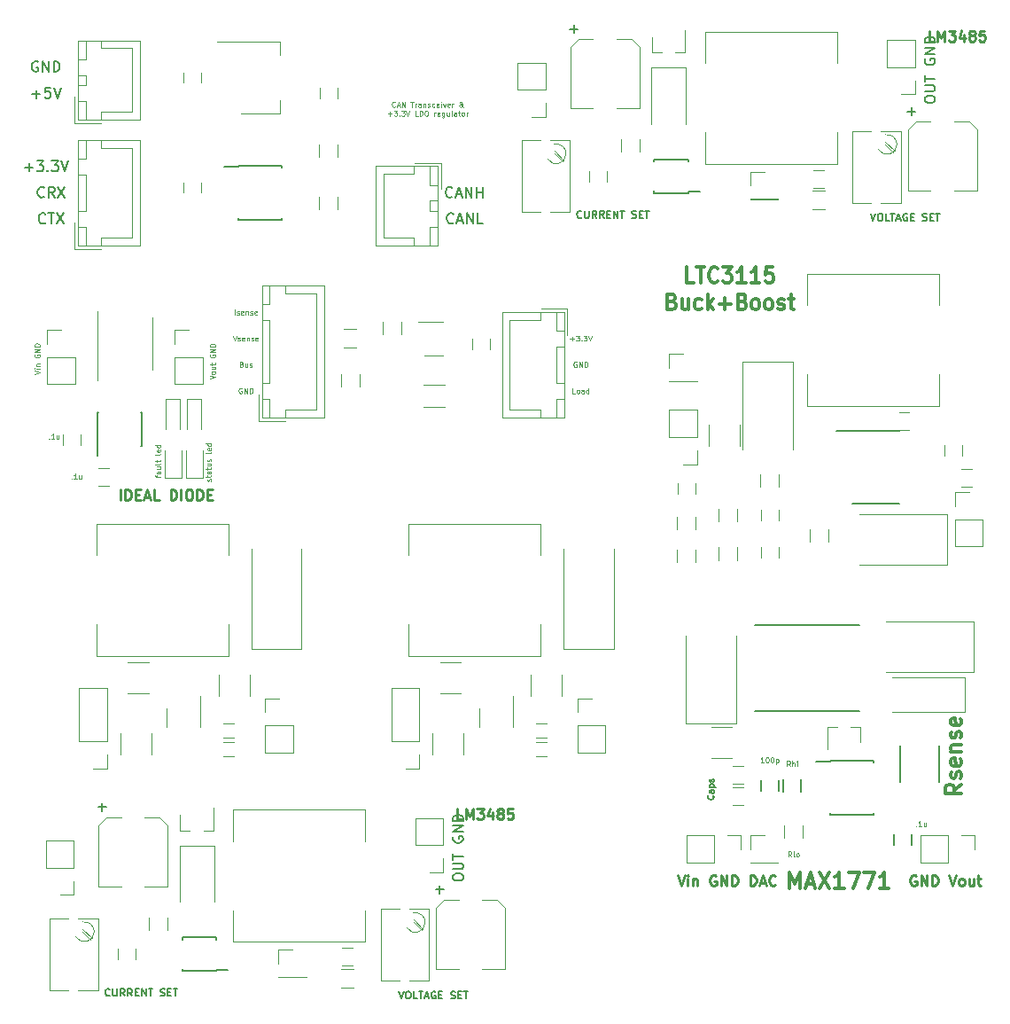
<source format=gto>
G04 #@! TF.FileFunction,Legend,Top*
%FSLAX46Y46*%
G04 Gerber Fmt 4.6, Leading zero omitted, Abs format (unit mm)*
G04 Created by KiCad (PCBNEW 4.0.5) date 07/05/17 15:18:17*
%MOMM*%
%LPD*%
G01*
G04 APERTURE LIST*
%ADD10C,0.100000*%
%ADD11C,0.250000*%
%ADD12C,0.175000*%
%ADD13C,0.150000*%
%ADD14C,0.125000*%
%ADD15C,0.300000*%
%ADD16C,0.120000*%
G04 APERTURE END LIST*
D10*
D11*
X130548334Y-37917381D02*
X130072143Y-37917381D01*
X130072143Y-36917381D01*
X130881667Y-37917381D02*
X130881667Y-36917381D01*
X131215001Y-37631667D01*
X131548334Y-36917381D01*
X131548334Y-37917381D01*
X131929286Y-36917381D02*
X132548334Y-36917381D01*
X132215000Y-37298333D01*
X132357858Y-37298333D01*
X132453096Y-37345952D01*
X132500715Y-37393571D01*
X132548334Y-37488810D01*
X132548334Y-37726905D01*
X132500715Y-37822143D01*
X132453096Y-37869762D01*
X132357858Y-37917381D01*
X132072143Y-37917381D01*
X131976905Y-37869762D01*
X131929286Y-37822143D01*
X133405477Y-37250714D02*
X133405477Y-37917381D01*
X133167381Y-36869762D02*
X132929286Y-37584048D01*
X133548334Y-37584048D01*
X134072143Y-37345952D02*
X133976905Y-37298333D01*
X133929286Y-37250714D01*
X133881667Y-37155476D01*
X133881667Y-37107857D01*
X133929286Y-37012619D01*
X133976905Y-36965000D01*
X134072143Y-36917381D01*
X134262620Y-36917381D01*
X134357858Y-36965000D01*
X134405477Y-37012619D01*
X134453096Y-37107857D01*
X134453096Y-37155476D01*
X134405477Y-37250714D01*
X134357858Y-37298333D01*
X134262620Y-37345952D01*
X134072143Y-37345952D01*
X133976905Y-37393571D01*
X133929286Y-37441190D01*
X133881667Y-37536429D01*
X133881667Y-37726905D01*
X133929286Y-37822143D01*
X133976905Y-37869762D01*
X134072143Y-37917381D01*
X134262620Y-37917381D01*
X134357858Y-37869762D01*
X134405477Y-37822143D01*
X134453096Y-37726905D01*
X134453096Y-37536429D01*
X134405477Y-37441190D01*
X134357858Y-37393571D01*
X134262620Y-37345952D01*
X135357858Y-36917381D02*
X134881667Y-36917381D01*
X134834048Y-37393571D01*
X134881667Y-37345952D01*
X134976905Y-37298333D01*
X135215001Y-37298333D01*
X135310239Y-37345952D01*
X135357858Y-37393571D01*
X135405477Y-37488810D01*
X135405477Y-37726905D01*
X135357858Y-37822143D01*
X135310239Y-37869762D01*
X135215001Y-37917381D01*
X134976905Y-37917381D01*
X134881667Y-37869762D01*
X134834048Y-37822143D01*
D12*
X96838668Y-54733000D02*
X96805334Y-54766333D01*
X96705334Y-54799667D01*
X96638668Y-54799667D01*
X96538668Y-54766333D01*
X96472001Y-54699667D01*
X96438668Y-54633000D01*
X96405334Y-54499667D01*
X96405334Y-54399667D01*
X96438668Y-54266333D01*
X96472001Y-54199667D01*
X96538668Y-54133000D01*
X96638668Y-54099667D01*
X96705334Y-54099667D01*
X96805334Y-54133000D01*
X96838668Y-54166333D01*
X97138668Y-54099667D02*
X97138668Y-54666333D01*
X97172001Y-54733000D01*
X97205334Y-54766333D01*
X97272001Y-54799667D01*
X97405334Y-54799667D01*
X97472001Y-54766333D01*
X97505334Y-54733000D01*
X97538668Y-54666333D01*
X97538668Y-54099667D01*
X98272001Y-54799667D02*
X98038667Y-54466333D01*
X97872001Y-54799667D02*
X97872001Y-54099667D01*
X98138667Y-54099667D01*
X98205334Y-54133000D01*
X98238667Y-54166333D01*
X98272001Y-54233000D01*
X98272001Y-54333000D01*
X98238667Y-54399667D01*
X98205334Y-54433000D01*
X98138667Y-54466333D01*
X97872001Y-54466333D01*
X98972001Y-54799667D02*
X98738667Y-54466333D01*
X98572001Y-54799667D02*
X98572001Y-54099667D01*
X98838667Y-54099667D01*
X98905334Y-54133000D01*
X98938667Y-54166333D01*
X98972001Y-54233000D01*
X98972001Y-54333000D01*
X98938667Y-54399667D01*
X98905334Y-54433000D01*
X98838667Y-54466333D01*
X98572001Y-54466333D01*
X99272001Y-54433000D02*
X99505334Y-54433000D01*
X99605334Y-54799667D02*
X99272001Y-54799667D01*
X99272001Y-54099667D01*
X99605334Y-54099667D01*
X99905334Y-54799667D02*
X99905334Y-54099667D01*
X100305334Y-54799667D01*
X100305334Y-54099667D01*
X100538667Y-54099667D02*
X100938667Y-54099667D01*
X100738667Y-54799667D02*
X100738667Y-54099667D01*
X101671999Y-54766333D02*
X101771999Y-54799667D01*
X101938666Y-54799667D01*
X102005333Y-54766333D01*
X102038666Y-54733000D01*
X102071999Y-54666333D01*
X102071999Y-54599667D01*
X102038666Y-54533000D01*
X102005333Y-54499667D01*
X101938666Y-54466333D01*
X101805333Y-54433000D01*
X101738666Y-54399667D01*
X101705333Y-54366333D01*
X101671999Y-54299667D01*
X101671999Y-54233000D01*
X101705333Y-54166333D01*
X101738666Y-54133000D01*
X101805333Y-54099667D01*
X101971999Y-54099667D01*
X102071999Y-54133000D01*
X102372000Y-54433000D02*
X102605333Y-54433000D01*
X102705333Y-54799667D02*
X102372000Y-54799667D01*
X102372000Y-54099667D01*
X102705333Y-54099667D01*
X102905333Y-54099667D02*
X103305333Y-54099667D01*
X103105333Y-54799667D02*
X103105333Y-54099667D01*
X124462001Y-54353667D02*
X124695334Y-55053667D01*
X124928667Y-54353667D01*
X125295334Y-54353667D02*
X125428667Y-54353667D01*
X125495334Y-54387000D01*
X125562001Y-54453667D01*
X125595334Y-54587000D01*
X125595334Y-54820333D01*
X125562001Y-54953667D01*
X125495334Y-55020333D01*
X125428667Y-55053667D01*
X125295334Y-55053667D01*
X125228667Y-55020333D01*
X125162001Y-54953667D01*
X125128667Y-54820333D01*
X125128667Y-54587000D01*
X125162001Y-54453667D01*
X125228667Y-54387000D01*
X125295334Y-54353667D01*
X126228667Y-55053667D02*
X125895334Y-55053667D01*
X125895334Y-54353667D01*
X126362001Y-54353667D02*
X126762001Y-54353667D01*
X126562001Y-55053667D02*
X126562001Y-54353667D01*
X126962000Y-54853667D02*
X127295334Y-54853667D01*
X126895334Y-55053667D02*
X127128667Y-54353667D01*
X127362000Y-55053667D01*
X127962000Y-54387000D02*
X127895334Y-54353667D01*
X127795334Y-54353667D01*
X127695334Y-54387000D01*
X127628667Y-54453667D01*
X127595334Y-54520333D01*
X127562000Y-54653667D01*
X127562000Y-54753667D01*
X127595334Y-54887000D01*
X127628667Y-54953667D01*
X127695334Y-55020333D01*
X127795334Y-55053667D01*
X127862000Y-55053667D01*
X127962000Y-55020333D01*
X127995334Y-54987000D01*
X127995334Y-54753667D01*
X127862000Y-54753667D01*
X128295334Y-54687000D02*
X128528667Y-54687000D01*
X128628667Y-55053667D02*
X128295334Y-55053667D01*
X128295334Y-54353667D01*
X128628667Y-54353667D01*
X129428666Y-55020333D02*
X129528666Y-55053667D01*
X129695333Y-55053667D01*
X129762000Y-55020333D01*
X129795333Y-54987000D01*
X129828666Y-54920333D01*
X129828666Y-54853667D01*
X129795333Y-54787000D01*
X129762000Y-54753667D01*
X129695333Y-54720333D01*
X129562000Y-54687000D01*
X129495333Y-54653667D01*
X129462000Y-54620333D01*
X129428666Y-54553667D01*
X129428666Y-54487000D01*
X129462000Y-54420333D01*
X129495333Y-54387000D01*
X129562000Y-54353667D01*
X129728666Y-54353667D01*
X129828666Y-54387000D01*
X130128667Y-54687000D02*
X130362000Y-54687000D01*
X130462000Y-55053667D02*
X130128667Y-55053667D01*
X130128667Y-54353667D01*
X130462000Y-54353667D01*
X130662000Y-54353667D02*
X131062000Y-54353667D01*
X130862000Y-55053667D02*
X130862000Y-54353667D01*
D10*
X79020954Y-44133571D02*
X78997144Y-44157381D01*
X78925716Y-44181190D01*
X78878097Y-44181190D01*
X78806668Y-44157381D01*
X78759049Y-44109762D01*
X78735240Y-44062143D01*
X78711430Y-43966905D01*
X78711430Y-43895476D01*
X78735240Y-43800238D01*
X78759049Y-43752619D01*
X78806668Y-43705000D01*
X78878097Y-43681190D01*
X78925716Y-43681190D01*
X78997144Y-43705000D01*
X79020954Y-43728810D01*
X79211430Y-44038333D02*
X79449525Y-44038333D01*
X79163811Y-44181190D02*
X79330478Y-43681190D01*
X79497144Y-44181190D01*
X79663811Y-44181190D02*
X79663811Y-43681190D01*
X79949525Y-44181190D01*
X79949525Y-43681190D01*
X80497144Y-43681190D02*
X80782858Y-43681190D01*
X80640001Y-44181190D02*
X80640001Y-43681190D01*
X80949525Y-44181190D02*
X80949525Y-43847857D01*
X80949525Y-43943095D02*
X80973334Y-43895476D01*
X80997144Y-43871667D01*
X81044763Y-43847857D01*
X81092382Y-43847857D01*
X81473334Y-44181190D02*
X81473334Y-43919286D01*
X81449525Y-43871667D01*
X81401906Y-43847857D01*
X81306668Y-43847857D01*
X81259049Y-43871667D01*
X81473334Y-44157381D02*
X81425715Y-44181190D01*
X81306668Y-44181190D01*
X81259049Y-44157381D01*
X81235239Y-44109762D01*
X81235239Y-44062143D01*
X81259049Y-44014524D01*
X81306668Y-43990714D01*
X81425715Y-43990714D01*
X81473334Y-43966905D01*
X81711430Y-43847857D02*
X81711430Y-44181190D01*
X81711430Y-43895476D02*
X81735239Y-43871667D01*
X81782858Y-43847857D01*
X81854287Y-43847857D01*
X81901906Y-43871667D01*
X81925715Y-43919286D01*
X81925715Y-44181190D01*
X82140001Y-44157381D02*
X82187620Y-44181190D01*
X82282858Y-44181190D01*
X82330477Y-44157381D01*
X82354287Y-44109762D01*
X82354287Y-44085952D01*
X82330477Y-44038333D01*
X82282858Y-44014524D01*
X82211430Y-44014524D01*
X82163811Y-43990714D01*
X82140001Y-43943095D01*
X82140001Y-43919286D01*
X82163811Y-43871667D01*
X82211430Y-43847857D01*
X82282858Y-43847857D01*
X82330477Y-43871667D01*
X82782858Y-44157381D02*
X82735239Y-44181190D01*
X82640001Y-44181190D01*
X82592382Y-44157381D01*
X82568573Y-44133571D01*
X82544763Y-44085952D01*
X82544763Y-43943095D01*
X82568573Y-43895476D01*
X82592382Y-43871667D01*
X82640001Y-43847857D01*
X82735239Y-43847857D01*
X82782858Y-43871667D01*
X83187620Y-44157381D02*
X83140001Y-44181190D01*
X83044763Y-44181190D01*
X82997144Y-44157381D01*
X82973334Y-44109762D01*
X82973334Y-43919286D01*
X82997144Y-43871667D01*
X83044763Y-43847857D01*
X83140001Y-43847857D01*
X83187620Y-43871667D01*
X83211429Y-43919286D01*
X83211429Y-43966905D01*
X82973334Y-44014524D01*
X83425715Y-44181190D02*
X83425715Y-43847857D01*
X83425715Y-43681190D02*
X83401905Y-43705000D01*
X83425715Y-43728810D01*
X83449524Y-43705000D01*
X83425715Y-43681190D01*
X83425715Y-43728810D01*
X83616191Y-43847857D02*
X83735238Y-44181190D01*
X83854286Y-43847857D01*
X84235238Y-44157381D02*
X84187619Y-44181190D01*
X84092381Y-44181190D01*
X84044762Y-44157381D01*
X84020952Y-44109762D01*
X84020952Y-43919286D01*
X84044762Y-43871667D01*
X84092381Y-43847857D01*
X84187619Y-43847857D01*
X84235238Y-43871667D01*
X84259047Y-43919286D01*
X84259047Y-43966905D01*
X84020952Y-44014524D01*
X84473333Y-44181190D02*
X84473333Y-43847857D01*
X84473333Y-43943095D02*
X84497142Y-43895476D01*
X84520952Y-43871667D01*
X84568571Y-43847857D01*
X84616190Y-43847857D01*
X85568571Y-44181190D02*
X85544761Y-44181190D01*
X85497142Y-44157381D01*
X85425713Y-44085952D01*
X85306666Y-43943095D01*
X85259047Y-43871667D01*
X85235237Y-43800238D01*
X85235237Y-43752619D01*
X85259047Y-43705000D01*
X85306666Y-43681190D01*
X85330475Y-43681190D01*
X85378094Y-43705000D01*
X85401904Y-43752619D01*
X85401904Y-43776429D01*
X85378094Y-43824048D01*
X85354285Y-43847857D01*
X85211428Y-43943095D01*
X85187618Y-43966905D01*
X85163809Y-44014524D01*
X85163809Y-44085952D01*
X85187618Y-44133571D01*
X85211428Y-44157381D01*
X85259047Y-44181190D01*
X85330475Y-44181190D01*
X85378094Y-44157381D01*
X85401904Y-44133571D01*
X85473332Y-44038333D01*
X85497142Y-43966905D01*
X85497142Y-43919286D01*
X78342382Y-44840714D02*
X78723334Y-44840714D01*
X78532858Y-45031190D02*
X78532858Y-44650238D01*
X78913811Y-44531190D02*
X79223334Y-44531190D01*
X79056668Y-44721667D01*
X79128096Y-44721667D01*
X79175715Y-44745476D01*
X79199525Y-44769286D01*
X79223334Y-44816905D01*
X79223334Y-44935952D01*
X79199525Y-44983571D01*
X79175715Y-45007381D01*
X79128096Y-45031190D01*
X78985239Y-45031190D01*
X78937620Y-45007381D01*
X78913811Y-44983571D01*
X79437620Y-44983571D02*
X79461429Y-45007381D01*
X79437620Y-45031190D01*
X79413810Y-45007381D01*
X79437620Y-44983571D01*
X79437620Y-45031190D01*
X79628096Y-44531190D02*
X79937619Y-44531190D01*
X79770953Y-44721667D01*
X79842381Y-44721667D01*
X79890000Y-44745476D01*
X79913810Y-44769286D01*
X79937619Y-44816905D01*
X79937619Y-44935952D01*
X79913810Y-44983571D01*
X79890000Y-45007381D01*
X79842381Y-45031190D01*
X79699524Y-45031190D01*
X79651905Y-45007381D01*
X79628096Y-44983571D01*
X80080476Y-44531190D02*
X80247143Y-45031190D01*
X80413809Y-44531190D01*
X81199523Y-45031190D02*
X80961428Y-45031190D01*
X80961428Y-44531190D01*
X81366190Y-45031190D02*
X81366190Y-44531190D01*
X81485237Y-44531190D01*
X81556666Y-44555000D01*
X81604285Y-44602619D01*
X81628094Y-44650238D01*
X81651904Y-44745476D01*
X81651904Y-44816905D01*
X81628094Y-44912143D01*
X81604285Y-44959762D01*
X81556666Y-45007381D01*
X81485237Y-45031190D01*
X81366190Y-45031190D01*
X81961428Y-44531190D02*
X82056666Y-44531190D01*
X82104285Y-44555000D01*
X82151904Y-44602619D01*
X82175713Y-44697857D01*
X82175713Y-44864524D01*
X82151904Y-44959762D01*
X82104285Y-45007381D01*
X82056666Y-45031190D01*
X81961428Y-45031190D01*
X81913809Y-45007381D01*
X81866190Y-44959762D01*
X81842380Y-44864524D01*
X81842380Y-44697857D01*
X81866190Y-44602619D01*
X81913809Y-44555000D01*
X81961428Y-44531190D01*
X82770952Y-45031190D02*
X82770952Y-44697857D01*
X82770952Y-44793095D02*
X82794761Y-44745476D01*
X82818571Y-44721667D01*
X82866190Y-44697857D01*
X82913809Y-44697857D01*
X83270952Y-45007381D02*
X83223333Y-45031190D01*
X83128095Y-45031190D01*
X83080476Y-45007381D01*
X83056666Y-44959762D01*
X83056666Y-44769286D01*
X83080476Y-44721667D01*
X83128095Y-44697857D01*
X83223333Y-44697857D01*
X83270952Y-44721667D01*
X83294761Y-44769286D01*
X83294761Y-44816905D01*
X83056666Y-44864524D01*
X83723332Y-44697857D02*
X83723332Y-45102619D01*
X83699523Y-45150238D01*
X83675713Y-45174048D01*
X83628094Y-45197857D01*
X83556666Y-45197857D01*
X83509047Y-45174048D01*
X83723332Y-45007381D02*
X83675713Y-45031190D01*
X83580475Y-45031190D01*
X83532856Y-45007381D01*
X83509047Y-44983571D01*
X83485237Y-44935952D01*
X83485237Y-44793095D01*
X83509047Y-44745476D01*
X83532856Y-44721667D01*
X83580475Y-44697857D01*
X83675713Y-44697857D01*
X83723332Y-44721667D01*
X84175713Y-44697857D02*
X84175713Y-45031190D01*
X83961428Y-44697857D02*
X83961428Y-44959762D01*
X83985237Y-45007381D01*
X84032856Y-45031190D01*
X84104285Y-45031190D01*
X84151904Y-45007381D01*
X84175713Y-44983571D01*
X84485237Y-45031190D02*
X84437618Y-45007381D01*
X84413809Y-44959762D01*
X84413809Y-44531190D01*
X84889999Y-45031190D02*
X84889999Y-44769286D01*
X84866190Y-44721667D01*
X84818571Y-44697857D01*
X84723333Y-44697857D01*
X84675714Y-44721667D01*
X84889999Y-45007381D02*
X84842380Y-45031190D01*
X84723333Y-45031190D01*
X84675714Y-45007381D01*
X84651904Y-44959762D01*
X84651904Y-44912143D01*
X84675714Y-44864524D01*
X84723333Y-44840714D01*
X84842380Y-44840714D01*
X84889999Y-44816905D01*
X85056666Y-44697857D02*
X85247142Y-44697857D01*
X85128095Y-44531190D02*
X85128095Y-44959762D01*
X85151904Y-45007381D01*
X85199523Y-45031190D01*
X85247142Y-45031190D01*
X85485237Y-45031190D02*
X85437618Y-45007381D01*
X85413809Y-44983571D01*
X85389999Y-44935952D01*
X85389999Y-44793095D01*
X85413809Y-44745476D01*
X85437618Y-44721667D01*
X85485237Y-44697857D01*
X85556666Y-44697857D01*
X85604285Y-44721667D01*
X85628094Y-44745476D01*
X85651904Y-44793095D01*
X85651904Y-44935952D01*
X85628094Y-44983571D01*
X85604285Y-45007381D01*
X85556666Y-45031190D01*
X85485237Y-45031190D01*
X85866190Y-45031190D02*
X85866190Y-44697857D01*
X85866190Y-44793095D02*
X85889999Y-44745476D01*
X85913809Y-44721667D01*
X85961428Y-44697857D01*
X86009047Y-44697857D01*
D13*
X84473334Y-52737143D02*
X84425715Y-52784762D01*
X84282858Y-52832381D01*
X84187620Y-52832381D01*
X84044762Y-52784762D01*
X83949524Y-52689524D01*
X83901905Y-52594286D01*
X83854286Y-52403810D01*
X83854286Y-52260952D01*
X83901905Y-52070476D01*
X83949524Y-51975238D01*
X84044762Y-51880000D01*
X84187620Y-51832381D01*
X84282858Y-51832381D01*
X84425715Y-51880000D01*
X84473334Y-51927619D01*
X84854286Y-52546667D02*
X85330477Y-52546667D01*
X84759048Y-52832381D02*
X85092381Y-51832381D01*
X85425715Y-52832381D01*
X85759048Y-52832381D02*
X85759048Y-51832381D01*
X86330477Y-52832381D01*
X86330477Y-51832381D01*
X86806667Y-52832381D02*
X86806667Y-51832381D01*
X86806667Y-52308571D02*
X87378096Y-52308571D01*
X87378096Y-52832381D02*
X87378096Y-51832381D01*
X84592381Y-55237143D02*
X84544762Y-55284762D01*
X84401905Y-55332381D01*
X84306667Y-55332381D01*
X84163809Y-55284762D01*
X84068571Y-55189524D01*
X84020952Y-55094286D01*
X83973333Y-54903810D01*
X83973333Y-54760952D01*
X84020952Y-54570476D01*
X84068571Y-54475238D01*
X84163809Y-54380000D01*
X84306667Y-54332381D01*
X84401905Y-54332381D01*
X84544762Y-54380000D01*
X84592381Y-54427619D01*
X84973333Y-55046667D02*
X85449524Y-55046667D01*
X84878095Y-55332381D02*
X85211428Y-54332381D01*
X85544762Y-55332381D01*
X85878095Y-55332381D02*
X85878095Y-54332381D01*
X86449524Y-55332381D01*
X86449524Y-54332381D01*
X87401905Y-55332381D02*
X86925714Y-55332381D01*
X86925714Y-54332381D01*
X44878096Y-39880000D02*
X44782858Y-39832381D01*
X44640001Y-39832381D01*
X44497143Y-39880000D01*
X44401905Y-39975238D01*
X44354286Y-40070476D01*
X44306667Y-40260952D01*
X44306667Y-40403810D01*
X44354286Y-40594286D01*
X44401905Y-40689524D01*
X44497143Y-40784762D01*
X44640001Y-40832381D01*
X44735239Y-40832381D01*
X44878096Y-40784762D01*
X44925715Y-40737143D01*
X44925715Y-40403810D01*
X44735239Y-40403810D01*
X45354286Y-40832381D02*
X45354286Y-39832381D01*
X45925715Y-40832381D01*
X45925715Y-39832381D01*
X46401905Y-40832381D02*
X46401905Y-39832381D01*
X46640000Y-39832381D01*
X46782858Y-39880000D01*
X46878096Y-39975238D01*
X46925715Y-40070476D01*
X46973334Y-40260952D01*
X46973334Y-40403810D01*
X46925715Y-40594286D01*
X46878096Y-40689524D01*
X46782858Y-40784762D01*
X46640000Y-40832381D01*
X46401905Y-40832381D01*
X44354286Y-42951429D02*
X45116191Y-42951429D01*
X44735239Y-43332381D02*
X44735239Y-42570476D01*
X46068572Y-42332381D02*
X45592381Y-42332381D01*
X45544762Y-42808571D01*
X45592381Y-42760952D01*
X45687619Y-42713333D01*
X45925715Y-42713333D01*
X46020953Y-42760952D01*
X46068572Y-42808571D01*
X46116191Y-42903810D01*
X46116191Y-43141905D01*
X46068572Y-43237143D01*
X46020953Y-43284762D01*
X45925715Y-43332381D01*
X45687619Y-43332381D01*
X45592381Y-43284762D01*
X45544762Y-43237143D01*
X46401905Y-42332381D02*
X46735238Y-43332381D01*
X47068572Y-42332381D01*
X43640000Y-49951429D02*
X44401905Y-49951429D01*
X44020953Y-50332381D02*
X44020953Y-49570476D01*
X44782857Y-49332381D02*
X45401905Y-49332381D01*
X45068571Y-49713333D01*
X45211429Y-49713333D01*
X45306667Y-49760952D01*
X45354286Y-49808571D01*
X45401905Y-49903810D01*
X45401905Y-50141905D01*
X45354286Y-50237143D01*
X45306667Y-50284762D01*
X45211429Y-50332381D01*
X44925714Y-50332381D01*
X44830476Y-50284762D01*
X44782857Y-50237143D01*
X45830476Y-50237143D02*
X45878095Y-50284762D01*
X45830476Y-50332381D01*
X45782857Y-50284762D01*
X45830476Y-50237143D01*
X45830476Y-50332381D01*
X46211428Y-49332381D02*
X46830476Y-49332381D01*
X46497142Y-49713333D01*
X46640000Y-49713333D01*
X46735238Y-49760952D01*
X46782857Y-49808571D01*
X46830476Y-49903810D01*
X46830476Y-50141905D01*
X46782857Y-50237143D01*
X46735238Y-50284762D01*
X46640000Y-50332381D01*
X46354285Y-50332381D01*
X46259047Y-50284762D01*
X46211428Y-50237143D01*
X47116190Y-49332381D02*
X47449523Y-50332381D01*
X47782857Y-49332381D01*
X45473334Y-52737143D02*
X45425715Y-52784762D01*
X45282858Y-52832381D01*
X45187620Y-52832381D01*
X45044762Y-52784762D01*
X44949524Y-52689524D01*
X44901905Y-52594286D01*
X44854286Y-52403810D01*
X44854286Y-52260952D01*
X44901905Y-52070476D01*
X44949524Y-51975238D01*
X45044762Y-51880000D01*
X45187620Y-51832381D01*
X45282858Y-51832381D01*
X45425715Y-51880000D01*
X45473334Y-51927619D01*
X46473334Y-52832381D02*
X46140000Y-52356190D01*
X45901905Y-52832381D02*
X45901905Y-51832381D01*
X46282858Y-51832381D01*
X46378096Y-51880000D01*
X46425715Y-51927619D01*
X46473334Y-52022857D01*
X46473334Y-52165714D01*
X46425715Y-52260952D01*
X46378096Y-52308571D01*
X46282858Y-52356190D01*
X45901905Y-52356190D01*
X46806667Y-51832381D02*
X47473334Y-52832381D01*
X47473334Y-51832381D02*
X46806667Y-52832381D01*
X45592381Y-55237143D02*
X45544762Y-55284762D01*
X45401905Y-55332381D01*
X45306667Y-55332381D01*
X45163809Y-55284762D01*
X45068571Y-55189524D01*
X45020952Y-55094286D01*
X44973333Y-54903810D01*
X44973333Y-54760952D01*
X45020952Y-54570476D01*
X45068571Y-54475238D01*
X45163809Y-54380000D01*
X45306667Y-54332381D01*
X45401905Y-54332381D01*
X45544762Y-54380000D01*
X45592381Y-54427619D01*
X45878095Y-54332381D02*
X46449524Y-54332381D01*
X46163809Y-55332381D02*
X46163809Y-54332381D01*
X46687619Y-54332381D02*
X47354286Y-55332381D01*
X47354286Y-54332381D02*
X46687619Y-55332381D01*
D12*
X79377001Y-128648667D02*
X79610334Y-129348667D01*
X79843667Y-128648667D01*
X80210334Y-128648667D02*
X80343667Y-128648667D01*
X80410334Y-128682000D01*
X80477001Y-128748667D01*
X80510334Y-128882000D01*
X80510334Y-129115333D01*
X80477001Y-129248667D01*
X80410334Y-129315333D01*
X80343667Y-129348667D01*
X80210334Y-129348667D01*
X80143667Y-129315333D01*
X80077001Y-129248667D01*
X80043667Y-129115333D01*
X80043667Y-128882000D01*
X80077001Y-128748667D01*
X80143667Y-128682000D01*
X80210334Y-128648667D01*
X81143667Y-129348667D02*
X80810334Y-129348667D01*
X80810334Y-128648667D01*
X81277001Y-128648667D02*
X81677001Y-128648667D01*
X81477001Y-129348667D02*
X81477001Y-128648667D01*
X81877000Y-129148667D02*
X82210334Y-129148667D01*
X81810334Y-129348667D02*
X82043667Y-128648667D01*
X82277000Y-129348667D01*
X82877000Y-128682000D02*
X82810334Y-128648667D01*
X82710334Y-128648667D01*
X82610334Y-128682000D01*
X82543667Y-128748667D01*
X82510334Y-128815333D01*
X82477000Y-128948667D01*
X82477000Y-129048667D01*
X82510334Y-129182000D01*
X82543667Y-129248667D01*
X82610334Y-129315333D01*
X82710334Y-129348667D01*
X82777000Y-129348667D01*
X82877000Y-129315333D01*
X82910334Y-129282000D01*
X82910334Y-129048667D01*
X82777000Y-129048667D01*
X83210334Y-128982000D02*
X83443667Y-128982000D01*
X83543667Y-129348667D02*
X83210334Y-129348667D01*
X83210334Y-128648667D01*
X83543667Y-128648667D01*
X84343666Y-129315333D02*
X84443666Y-129348667D01*
X84610333Y-129348667D01*
X84677000Y-129315333D01*
X84710333Y-129282000D01*
X84743666Y-129215333D01*
X84743666Y-129148667D01*
X84710333Y-129082000D01*
X84677000Y-129048667D01*
X84610333Y-129015333D01*
X84477000Y-128982000D01*
X84410333Y-128948667D01*
X84377000Y-128915333D01*
X84343666Y-128848667D01*
X84343666Y-128782000D01*
X84377000Y-128715333D01*
X84410333Y-128682000D01*
X84477000Y-128648667D01*
X84643666Y-128648667D01*
X84743666Y-128682000D01*
X85043667Y-128982000D02*
X85277000Y-128982000D01*
X85377000Y-129348667D02*
X85043667Y-129348667D01*
X85043667Y-128648667D01*
X85377000Y-128648667D01*
X85577000Y-128648667D02*
X85977000Y-128648667D01*
X85777000Y-129348667D02*
X85777000Y-128648667D01*
X51753668Y-129028000D02*
X51720334Y-129061333D01*
X51620334Y-129094667D01*
X51553668Y-129094667D01*
X51453668Y-129061333D01*
X51387001Y-128994667D01*
X51353668Y-128928000D01*
X51320334Y-128794667D01*
X51320334Y-128694667D01*
X51353668Y-128561333D01*
X51387001Y-128494667D01*
X51453668Y-128428000D01*
X51553668Y-128394667D01*
X51620334Y-128394667D01*
X51720334Y-128428000D01*
X51753668Y-128461333D01*
X52053668Y-128394667D02*
X52053668Y-128961333D01*
X52087001Y-129028000D01*
X52120334Y-129061333D01*
X52187001Y-129094667D01*
X52320334Y-129094667D01*
X52387001Y-129061333D01*
X52420334Y-129028000D01*
X52453668Y-128961333D01*
X52453668Y-128394667D01*
X53187001Y-129094667D02*
X52953667Y-128761333D01*
X52787001Y-129094667D02*
X52787001Y-128394667D01*
X53053667Y-128394667D01*
X53120334Y-128428000D01*
X53153667Y-128461333D01*
X53187001Y-128528000D01*
X53187001Y-128628000D01*
X53153667Y-128694667D01*
X53120334Y-128728000D01*
X53053667Y-128761333D01*
X52787001Y-128761333D01*
X53887001Y-129094667D02*
X53653667Y-128761333D01*
X53487001Y-129094667D02*
X53487001Y-128394667D01*
X53753667Y-128394667D01*
X53820334Y-128428000D01*
X53853667Y-128461333D01*
X53887001Y-128528000D01*
X53887001Y-128628000D01*
X53853667Y-128694667D01*
X53820334Y-128728000D01*
X53753667Y-128761333D01*
X53487001Y-128761333D01*
X54187001Y-128728000D02*
X54420334Y-128728000D01*
X54520334Y-129094667D02*
X54187001Y-129094667D01*
X54187001Y-128394667D01*
X54520334Y-128394667D01*
X54820334Y-129094667D02*
X54820334Y-128394667D01*
X55220334Y-129094667D01*
X55220334Y-128394667D01*
X55453667Y-128394667D02*
X55853667Y-128394667D01*
X55653667Y-129094667D02*
X55653667Y-128394667D01*
X56586999Y-129061333D02*
X56686999Y-129094667D01*
X56853666Y-129094667D01*
X56920333Y-129061333D01*
X56953666Y-129028000D01*
X56986999Y-128961333D01*
X56986999Y-128894667D01*
X56953666Y-128828000D01*
X56920333Y-128794667D01*
X56853666Y-128761333D01*
X56720333Y-128728000D01*
X56653666Y-128694667D01*
X56620333Y-128661333D01*
X56586999Y-128594667D01*
X56586999Y-128528000D01*
X56620333Y-128461333D01*
X56653666Y-128428000D01*
X56720333Y-128394667D01*
X56886999Y-128394667D01*
X56986999Y-128428000D01*
X57287000Y-128728000D02*
X57520333Y-128728000D01*
X57620333Y-129094667D02*
X57287000Y-129094667D01*
X57287000Y-128394667D01*
X57620333Y-128394667D01*
X57820333Y-128394667D02*
X58220333Y-128394667D01*
X58020333Y-129094667D02*
X58020333Y-128394667D01*
D11*
X85463334Y-112212381D02*
X84987143Y-112212381D01*
X84987143Y-111212381D01*
X85796667Y-112212381D02*
X85796667Y-111212381D01*
X86130001Y-111926667D01*
X86463334Y-111212381D01*
X86463334Y-112212381D01*
X86844286Y-111212381D02*
X87463334Y-111212381D01*
X87130000Y-111593333D01*
X87272858Y-111593333D01*
X87368096Y-111640952D01*
X87415715Y-111688571D01*
X87463334Y-111783810D01*
X87463334Y-112021905D01*
X87415715Y-112117143D01*
X87368096Y-112164762D01*
X87272858Y-112212381D01*
X86987143Y-112212381D01*
X86891905Y-112164762D01*
X86844286Y-112117143D01*
X88320477Y-111545714D02*
X88320477Y-112212381D01*
X88082381Y-111164762D02*
X87844286Y-111879048D01*
X88463334Y-111879048D01*
X88987143Y-111640952D02*
X88891905Y-111593333D01*
X88844286Y-111545714D01*
X88796667Y-111450476D01*
X88796667Y-111402857D01*
X88844286Y-111307619D01*
X88891905Y-111260000D01*
X88987143Y-111212381D01*
X89177620Y-111212381D01*
X89272858Y-111260000D01*
X89320477Y-111307619D01*
X89368096Y-111402857D01*
X89368096Y-111450476D01*
X89320477Y-111545714D01*
X89272858Y-111593333D01*
X89177620Y-111640952D01*
X88987143Y-111640952D01*
X88891905Y-111688571D01*
X88844286Y-111736190D01*
X88796667Y-111831429D01*
X88796667Y-112021905D01*
X88844286Y-112117143D01*
X88891905Y-112164762D01*
X88987143Y-112212381D01*
X89177620Y-112212381D01*
X89272858Y-112164762D01*
X89320477Y-112117143D01*
X89368096Y-112021905D01*
X89368096Y-111831429D01*
X89320477Y-111736190D01*
X89272858Y-111688571D01*
X89177620Y-111640952D01*
X90272858Y-111212381D02*
X89796667Y-111212381D01*
X89749048Y-111688571D01*
X89796667Y-111640952D01*
X89891905Y-111593333D01*
X90130001Y-111593333D01*
X90225239Y-111640952D01*
X90272858Y-111688571D01*
X90320477Y-111783810D01*
X90320477Y-112021905D01*
X90272858Y-112117143D01*
X90225239Y-112164762D01*
X90130001Y-112212381D01*
X89891905Y-112212381D01*
X89796667Y-112164762D01*
X89749048Y-112117143D01*
D14*
X61321190Y-70167285D02*
X61821190Y-70000618D01*
X61321190Y-69833952D01*
X61821190Y-69595857D02*
X61797381Y-69643476D01*
X61773571Y-69667285D01*
X61725952Y-69691095D01*
X61583095Y-69691095D01*
X61535476Y-69667285D01*
X61511667Y-69643476D01*
X61487857Y-69595857D01*
X61487857Y-69524428D01*
X61511667Y-69476809D01*
X61535476Y-69453000D01*
X61583095Y-69429190D01*
X61725952Y-69429190D01*
X61773571Y-69453000D01*
X61797381Y-69476809D01*
X61821190Y-69524428D01*
X61821190Y-69595857D01*
X61487857Y-69000619D02*
X61821190Y-69000619D01*
X61487857Y-69214904D02*
X61749762Y-69214904D01*
X61797381Y-69191095D01*
X61821190Y-69143476D01*
X61821190Y-69072047D01*
X61797381Y-69024428D01*
X61773571Y-69000619D01*
X61487857Y-68833952D02*
X61487857Y-68643476D01*
X61321190Y-68762523D02*
X61749762Y-68762523D01*
X61797381Y-68738714D01*
X61821190Y-68691095D01*
X61821190Y-68643476D01*
X61345000Y-67833953D02*
X61321190Y-67881572D01*
X61321190Y-67953000D01*
X61345000Y-68024429D01*
X61392619Y-68072048D01*
X61440238Y-68095857D01*
X61535476Y-68119667D01*
X61606905Y-68119667D01*
X61702143Y-68095857D01*
X61749762Y-68072048D01*
X61797381Y-68024429D01*
X61821190Y-67953000D01*
X61821190Y-67905381D01*
X61797381Y-67833953D01*
X61773571Y-67810143D01*
X61606905Y-67810143D01*
X61606905Y-67905381D01*
X61821190Y-67595857D02*
X61321190Y-67595857D01*
X61821190Y-67310143D01*
X61321190Y-67310143D01*
X61821190Y-67072047D02*
X61321190Y-67072047D01*
X61321190Y-66953000D01*
X61345000Y-66881571D01*
X61392619Y-66833952D01*
X61440238Y-66810143D01*
X61535476Y-66786333D01*
X61606905Y-66786333D01*
X61702143Y-66810143D01*
X61749762Y-66833952D01*
X61797381Y-66881571D01*
X61821190Y-66953000D01*
X61821190Y-67072047D01*
X44557190Y-69663285D02*
X45057190Y-69496618D01*
X44557190Y-69329952D01*
X45057190Y-69163285D02*
X44723857Y-69163285D01*
X44557190Y-69163285D02*
X44581000Y-69187095D01*
X44604810Y-69163285D01*
X44581000Y-69139476D01*
X44557190Y-69163285D01*
X44604810Y-69163285D01*
X44723857Y-68925190D02*
X45057190Y-68925190D01*
X44771476Y-68925190D02*
X44747667Y-68901381D01*
X44723857Y-68853762D01*
X44723857Y-68782333D01*
X44747667Y-68734714D01*
X44795286Y-68710905D01*
X45057190Y-68710905D01*
X44581000Y-67829953D02*
X44557190Y-67877572D01*
X44557190Y-67949000D01*
X44581000Y-68020429D01*
X44628619Y-68068048D01*
X44676238Y-68091857D01*
X44771476Y-68115667D01*
X44842905Y-68115667D01*
X44938143Y-68091857D01*
X44985762Y-68068048D01*
X45033381Y-68020429D01*
X45057190Y-67949000D01*
X45057190Y-67901381D01*
X45033381Y-67829953D01*
X45009571Y-67806143D01*
X44842905Y-67806143D01*
X44842905Y-67901381D01*
X45057190Y-67591857D02*
X44557190Y-67591857D01*
X45057190Y-67306143D01*
X44557190Y-67306143D01*
X45057190Y-67068047D02*
X44557190Y-67068047D01*
X44557190Y-66949000D01*
X44581000Y-66877571D01*
X44628619Y-66829952D01*
X44676238Y-66806143D01*
X44771476Y-66782333D01*
X44842905Y-66782333D01*
X44938143Y-66806143D01*
X44985762Y-66829952D01*
X45033381Y-66877571D01*
X45057190Y-66949000D01*
X45057190Y-67068047D01*
X56280857Y-79561333D02*
X56280857Y-79370857D01*
X56614190Y-79489904D02*
X56185619Y-79489904D01*
X56138000Y-79466095D01*
X56114190Y-79418476D01*
X56114190Y-79370857D01*
X56614190Y-78989905D02*
X56352286Y-78989905D01*
X56304667Y-79013714D01*
X56280857Y-79061333D01*
X56280857Y-79156571D01*
X56304667Y-79204190D01*
X56590381Y-78989905D02*
X56614190Y-79037524D01*
X56614190Y-79156571D01*
X56590381Y-79204190D01*
X56542762Y-79228000D01*
X56495143Y-79228000D01*
X56447524Y-79204190D01*
X56423714Y-79156571D01*
X56423714Y-79037524D01*
X56399905Y-78989905D01*
X56280857Y-78537524D02*
X56614190Y-78537524D01*
X56280857Y-78751809D02*
X56542762Y-78751809D01*
X56590381Y-78728000D01*
X56614190Y-78680381D01*
X56614190Y-78608952D01*
X56590381Y-78561333D01*
X56566571Y-78537524D01*
X56614190Y-78228000D02*
X56590381Y-78275619D01*
X56542762Y-78299428D01*
X56114190Y-78299428D01*
X56280857Y-78108952D02*
X56280857Y-77918476D01*
X56114190Y-78037523D02*
X56542762Y-78037523D01*
X56590381Y-78013714D01*
X56614190Y-77966095D01*
X56614190Y-77918476D01*
X56614190Y-77299429D02*
X56590381Y-77347048D01*
X56542762Y-77370857D01*
X56114190Y-77370857D01*
X56590381Y-76918476D02*
X56614190Y-76966095D01*
X56614190Y-77061333D01*
X56590381Y-77108952D01*
X56542762Y-77132762D01*
X56352286Y-77132762D01*
X56304667Y-77108952D01*
X56280857Y-77061333D01*
X56280857Y-76966095D01*
X56304667Y-76918476D01*
X56352286Y-76894667D01*
X56399905Y-76894667D01*
X56447524Y-77132762D01*
X56614190Y-76466096D02*
X56114190Y-76466096D01*
X56590381Y-76466096D02*
X56614190Y-76513715D01*
X56614190Y-76608953D01*
X56590381Y-76656572D01*
X56566571Y-76680381D01*
X56518952Y-76704191D01*
X56376095Y-76704191D01*
X56328476Y-76680381D01*
X56304667Y-76656572D01*
X56280857Y-76608953D01*
X56280857Y-76513715D01*
X56304667Y-76466096D01*
X61416381Y-79914523D02*
X61440190Y-79866904D01*
X61440190Y-79771666D01*
X61416381Y-79724047D01*
X61368762Y-79700237D01*
X61344952Y-79700237D01*
X61297333Y-79724047D01*
X61273524Y-79771666D01*
X61273524Y-79843094D01*
X61249714Y-79890713D01*
X61202095Y-79914523D01*
X61178286Y-79914523D01*
X61130667Y-79890713D01*
X61106857Y-79843094D01*
X61106857Y-79771666D01*
X61130667Y-79724047D01*
X61106857Y-79557380D02*
X61106857Y-79366904D01*
X60940190Y-79485951D02*
X61368762Y-79485951D01*
X61416381Y-79462142D01*
X61440190Y-79414523D01*
X61440190Y-79366904D01*
X61440190Y-78985952D02*
X61178286Y-78985952D01*
X61130667Y-79009761D01*
X61106857Y-79057380D01*
X61106857Y-79152618D01*
X61130667Y-79200237D01*
X61416381Y-78985952D02*
X61440190Y-79033571D01*
X61440190Y-79152618D01*
X61416381Y-79200237D01*
X61368762Y-79224047D01*
X61321143Y-79224047D01*
X61273524Y-79200237D01*
X61249714Y-79152618D01*
X61249714Y-79033571D01*
X61225905Y-78985952D01*
X61106857Y-78819285D02*
X61106857Y-78628809D01*
X60940190Y-78747856D02*
X61368762Y-78747856D01*
X61416381Y-78724047D01*
X61440190Y-78676428D01*
X61440190Y-78628809D01*
X61106857Y-78247857D02*
X61440190Y-78247857D01*
X61106857Y-78462142D02*
X61368762Y-78462142D01*
X61416381Y-78438333D01*
X61440190Y-78390714D01*
X61440190Y-78319285D01*
X61416381Y-78271666D01*
X61392571Y-78247857D01*
X61416381Y-78033571D02*
X61440190Y-77985952D01*
X61440190Y-77890714D01*
X61416381Y-77843095D01*
X61368762Y-77819285D01*
X61344952Y-77819285D01*
X61297333Y-77843095D01*
X61273524Y-77890714D01*
X61273524Y-77962142D01*
X61249714Y-78009761D01*
X61202095Y-78033571D01*
X61178286Y-78033571D01*
X61130667Y-78009761D01*
X61106857Y-77962142D01*
X61106857Y-77890714D01*
X61130667Y-77843095D01*
X61440190Y-77152619D02*
X61416381Y-77200238D01*
X61368762Y-77224047D01*
X60940190Y-77224047D01*
X61416381Y-76771666D02*
X61440190Y-76819285D01*
X61440190Y-76914523D01*
X61416381Y-76962142D01*
X61368762Y-76985952D01*
X61178286Y-76985952D01*
X61130667Y-76962142D01*
X61106857Y-76914523D01*
X61106857Y-76819285D01*
X61130667Y-76771666D01*
X61178286Y-76747857D01*
X61225905Y-76747857D01*
X61273524Y-76985952D01*
X61440190Y-76319286D02*
X60940190Y-76319286D01*
X61416381Y-76319286D02*
X61440190Y-76366905D01*
X61440190Y-76462143D01*
X61416381Y-76509762D01*
X61392571Y-76533571D01*
X61344952Y-76557381D01*
X61202095Y-76557381D01*
X61154476Y-76533571D01*
X61130667Y-76509762D01*
X61106857Y-76462143D01*
X61106857Y-76366905D01*
X61130667Y-76319286D01*
X45954239Y-75870571D02*
X45978048Y-75894381D01*
X45954239Y-75918190D01*
X45930429Y-75894381D01*
X45954239Y-75870571D01*
X45954239Y-75918190D01*
X46454238Y-75918190D02*
X46168524Y-75918190D01*
X46311381Y-75918190D02*
X46311381Y-75418190D01*
X46263762Y-75489619D01*
X46216143Y-75537238D01*
X46168524Y-75561048D01*
X46882809Y-75584857D02*
X46882809Y-75918190D01*
X46668524Y-75584857D02*
X46668524Y-75846762D01*
X46692333Y-75894381D01*
X46739952Y-75918190D01*
X46811381Y-75918190D01*
X46859000Y-75894381D01*
X46882809Y-75870571D01*
X48113239Y-79680571D02*
X48137048Y-79704381D01*
X48113239Y-79728190D01*
X48089429Y-79704381D01*
X48113239Y-79680571D01*
X48113239Y-79728190D01*
X48613238Y-79728190D02*
X48327524Y-79728190D01*
X48470381Y-79728190D02*
X48470381Y-79228190D01*
X48422762Y-79299619D01*
X48375143Y-79347238D01*
X48327524Y-79371048D01*
X49041809Y-79394857D02*
X49041809Y-79728190D01*
X48827524Y-79394857D02*
X48827524Y-79656762D01*
X48851333Y-79704381D01*
X48898952Y-79728190D01*
X48970381Y-79728190D01*
X49018000Y-79704381D01*
X49041809Y-79680571D01*
D11*
X52769048Y-81732381D02*
X52769048Y-80732381D01*
X53245238Y-81732381D02*
X53245238Y-80732381D01*
X53483333Y-80732381D01*
X53626191Y-80780000D01*
X53721429Y-80875238D01*
X53769048Y-80970476D01*
X53816667Y-81160952D01*
X53816667Y-81303810D01*
X53769048Y-81494286D01*
X53721429Y-81589524D01*
X53626191Y-81684762D01*
X53483333Y-81732381D01*
X53245238Y-81732381D01*
X54245238Y-81208571D02*
X54578572Y-81208571D01*
X54721429Y-81732381D02*
X54245238Y-81732381D01*
X54245238Y-80732381D01*
X54721429Y-80732381D01*
X55102381Y-81446667D02*
X55578572Y-81446667D01*
X55007143Y-81732381D02*
X55340476Y-80732381D01*
X55673810Y-81732381D01*
X56483334Y-81732381D02*
X56007143Y-81732381D01*
X56007143Y-80732381D01*
X57578572Y-81732381D02*
X57578572Y-80732381D01*
X57816667Y-80732381D01*
X57959525Y-80780000D01*
X58054763Y-80875238D01*
X58102382Y-80970476D01*
X58150001Y-81160952D01*
X58150001Y-81303810D01*
X58102382Y-81494286D01*
X58054763Y-81589524D01*
X57959525Y-81684762D01*
X57816667Y-81732381D01*
X57578572Y-81732381D01*
X58578572Y-81732381D02*
X58578572Y-80732381D01*
X59245238Y-80732381D02*
X59435715Y-80732381D01*
X59530953Y-80780000D01*
X59626191Y-80875238D01*
X59673810Y-81065714D01*
X59673810Y-81399048D01*
X59626191Y-81589524D01*
X59530953Y-81684762D01*
X59435715Y-81732381D01*
X59245238Y-81732381D01*
X59150000Y-81684762D01*
X59054762Y-81589524D01*
X59007143Y-81399048D01*
X59007143Y-81065714D01*
X59054762Y-80875238D01*
X59150000Y-80780000D01*
X59245238Y-80732381D01*
X60102381Y-81732381D02*
X60102381Y-80732381D01*
X60340476Y-80732381D01*
X60483334Y-80780000D01*
X60578572Y-80875238D01*
X60626191Y-80970476D01*
X60673810Y-81160952D01*
X60673810Y-81303810D01*
X60626191Y-81494286D01*
X60578572Y-81589524D01*
X60483334Y-81684762D01*
X60340476Y-81732381D01*
X60102381Y-81732381D01*
X61102381Y-81208571D02*
X61435715Y-81208571D01*
X61578572Y-81732381D02*
X61102381Y-81732381D01*
X61102381Y-80732381D01*
X61578572Y-80732381D01*
D10*
X95740001Y-66335714D02*
X96120953Y-66335714D01*
X95930477Y-66526190D02*
X95930477Y-66145238D01*
X96311430Y-66026190D02*
X96620953Y-66026190D01*
X96454287Y-66216667D01*
X96525715Y-66216667D01*
X96573334Y-66240476D01*
X96597144Y-66264286D01*
X96620953Y-66311905D01*
X96620953Y-66430952D01*
X96597144Y-66478571D01*
X96573334Y-66502381D01*
X96525715Y-66526190D01*
X96382858Y-66526190D01*
X96335239Y-66502381D01*
X96311430Y-66478571D01*
X96835239Y-66478571D02*
X96859048Y-66502381D01*
X96835239Y-66526190D01*
X96811429Y-66502381D01*
X96835239Y-66478571D01*
X96835239Y-66526190D01*
X97025715Y-66026190D02*
X97335238Y-66026190D01*
X97168572Y-66216667D01*
X97240000Y-66216667D01*
X97287619Y-66240476D01*
X97311429Y-66264286D01*
X97335238Y-66311905D01*
X97335238Y-66430952D01*
X97311429Y-66478571D01*
X97287619Y-66502381D01*
X97240000Y-66526190D01*
X97097143Y-66526190D01*
X97049524Y-66502381D01*
X97025715Y-66478571D01*
X97478095Y-66026190D02*
X97644762Y-66526190D01*
X97811428Y-66026190D01*
X96359047Y-68550000D02*
X96311428Y-68526190D01*
X96240000Y-68526190D01*
X96168571Y-68550000D01*
X96120952Y-68597619D01*
X96097143Y-68645238D01*
X96073333Y-68740476D01*
X96073333Y-68811905D01*
X96097143Y-68907143D01*
X96120952Y-68954762D01*
X96168571Y-69002381D01*
X96240000Y-69026190D01*
X96287619Y-69026190D01*
X96359047Y-69002381D01*
X96382857Y-68978571D01*
X96382857Y-68811905D01*
X96287619Y-68811905D01*
X96597143Y-69026190D02*
X96597143Y-68526190D01*
X96882857Y-69026190D01*
X96882857Y-68526190D01*
X97120953Y-69026190D02*
X97120953Y-68526190D01*
X97240000Y-68526190D01*
X97311429Y-68550000D01*
X97359048Y-68597619D01*
X97382857Y-68645238D01*
X97406667Y-68740476D01*
X97406667Y-68811905D01*
X97382857Y-68907143D01*
X97359048Y-68954762D01*
X97311429Y-69002381D01*
X97240000Y-69026190D01*
X97120953Y-69026190D01*
X96216191Y-71526190D02*
X95978096Y-71526190D01*
X95978096Y-71026190D01*
X96454286Y-71526190D02*
X96406667Y-71502381D01*
X96382858Y-71478571D01*
X96359048Y-71430952D01*
X96359048Y-71288095D01*
X96382858Y-71240476D01*
X96406667Y-71216667D01*
X96454286Y-71192857D01*
X96525715Y-71192857D01*
X96573334Y-71216667D01*
X96597143Y-71240476D01*
X96620953Y-71288095D01*
X96620953Y-71430952D01*
X96597143Y-71478571D01*
X96573334Y-71502381D01*
X96525715Y-71526190D01*
X96454286Y-71526190D01*
X97049524Y-71526190D02*
X97049524Y-71264286D01*
X97025715Y-71216667D01*
X96978096Y-71192857D01*
X96882858Y-71192857D01*
X96835239Y-71216667D01*
X97049524Y-71502381D02*
X97001905Y-71526190D01*
X96882858Y-71526190D01*
X96835239Y-71502381D01*
X96811429Y-71454762D01*
X96811429Y-71407143D01*
X96835239Y-71359524D01*
X96882858Y-71335714D01*
X97001905Y-71335714D01*
X97049524Y-71311905D01*
X97501905Y-71526190D02*
X97501905Y-71026190D01*
X97501905Y-71502381D02*
X97454286Y-71526190D01*
X97359048Y-71526190D01*
X97311429Y-71502381D01*
X97287620Y-71478571D01*
X97263810Y-71430952D01*
X97263810Y-71288095D01*
X97287620Y-71240476D01*
X97311429Y-71216667D01*
X97359048Y-71192857D01*
X97454286Y-71192857D01*
X97501905Y-71216667D01*
X63513810Y-66026190D02*
X63680477Y-66526190D01*
X63847143Y-66026190D01*
X63990000Y-66502381D02*
X64037619Y-66526190D01*
X64132857Y-66526190D01*
X64180476Y-66502381D01*
X64204286Y-66454762D01*
X64204286Y-66430952D01*
X64180476Y-66383333D01*
X64132857Y-66359524D01*
X64061429Y-66359524D01*
X64013810Y-66335714D01*
X63990000Y-66288095D01*
X63990000Y-66264286D01*
X64013810Y-66216667D01*
X64061429Y-66192857D01*
X64132857Y-66192857D01*
X64180476Y-66216667D01*
X64609048Y-66502381D02*
X64561429Y-66526190D01*
X64466191Y-66526190D01*
X64418572Y-66502381D01*
X64394762Y-66454762D01*
X64394762Y-66264286D01*
X64418572Y-66216667D01*
X64466191Y-66192857D01*
X64561429Y-66192857D01*
X64609048Y-66216667D01*
X64632857Y-66264286D01*
X64632857Y-66311905D01*
X64394762Y-66359524D01*
X64847143Y-66192857D02*
X64847143Y-66526190D01*
X64847143Y-66240476D02*
X64870952Y-66216667D01*
X64918571Y-66192857D01*
X64990000Y-66192857D01*
X65037619Y-66216667D01*
X65061428Y-66264286D01*
X65061428Y-66526190D01*
X65275714Y-66502381D02*
X65323333Y-66526190D01*
X65418571Y-66526190D01*
X65466190Y-66502381D01*
X65490000Y-66454762D01*
X65490000Y-66430952D01*
X65466190Y-66383333D01*
X65418571Y-66359524D01*
X65347143Y-66359524D01*
X65299524Y-66335714D01*
X65275714Y-66288095D01*
X65275714Y-66264286D01*
X65299524Y-66216667D01*
X65347143Y-66192857D01*
X65418571Y-66192857D01*
X65466190Y-66216667D01*
X65894762Y-66502381D02*
X65847143Y-66526190D01*
X65751905Y-66526190D01*
X65704286Y-66502381D01*
X65680476Y-66454762D01*
X65680476Y-66264286D01*
X65704286Y-66216667D01*
X65751905Y-66192857D01*
X65847143Y-66192857D01*
X65894762Y-66216667D01*
X65918571Y-66264286D01*
X65918571Y-66311905D01*
X65680476Y-66359524D01*
X63680477Y-64026190D02*
X63680477Y-63526190D01*
X63894762Y-64002381D02*
X63942381Y-64026190D01*
X64037619Y-64026190D01*
X64085238Y-64002381D01*
X64109048Y-63954762D01*
X64109048Y-63930952D01*
X64085238Y-63883333D01*
X64037619Y-63859524D01*
X63966191Y-63859524D01*
X63918572Y-63835714D01*
X63894762Y-63788095D01*
X63894762Y-63764286D01*
X63918572Y-63716667D01*
X63966191Y-63692857D01*
X64037619Y-63692857D01*
X64085238Y-63716667D01*
X64513810Y-64002381D02*
X64466191Y-64026190D01*
X64370953Y-64026190D01*
X64323334Y-64002381D01*
X64299524Y-63954762D01*
X64299524Y-63764286D01*
X64323334Y-63716667D01*
X64370953Y-63692857D01*
X64466191Y-63692857D01*
X64513810Y-63716667D01*
X64537619Y-63764286D01*
X64537619Y-63811905D01*
X64299524Y-63859524D01*
X64751905Y-63692857D02*
X64751905Y-64026190D01*
X64751905Y-63740476D02*
X64775714Y-63716667D01*
X64823333Y-63692857D01*
X64894762Y-63692857D01*
X64942381Y-63716667D01*
X64966190Y-63764286D01*
X64966190Y-64026190D01*
X65180476Y-64002381D02*
X65228095Y-64026190D01*
X65323333Y-64026190D01*
X65370952Y-64002381D01*
X65394762Y-63954762D01*
X65394762Y-63930952D01*
X65370952Y-63883333D01*
X65323333Y-63859524D01*
X65251905Y-63859524D01*
X65204286Y-63835714D01*
X65180476Y-63788095D01*
X65180476Y-63764286D01*
X65204286Y-63716667D01*
X65251905Y-63692857D01*
X65323333Y-63692857D01*
X65370952Y-63716667D01*
X65799524Y-64002381D02*
X65751905Y-64026190D01*
X65656667Y-64026190D01*
X65609048Y-64002381D01*
X65585238Y-63954762D01*
X65585238Y-63764286D01*
X65609048Y-63716667D01*
X65656667Y-63692857D01*
X65751905Y-63692857D01*
X65799524Y-63716667D01*
X65823333Y-63764286D01*
X65823333Y-63811905D01*
X65585238Y-63859524D01*
X64347143Y-68764286D02*
X64418572Y-68788095D01*
X64442381Y-68811905D01*
X64466191Y-68859524D01*
X64466191Y-68930952D01*
X64442381Y-68978571D01*
X64418572Y-69002381D01*
X64370953Y-69026190D01*
X64180477Y-69026190D01*
X64180477Y-68526190D01*
X64347143Y-68526190D01*
X64394762Y-68550000D01*
X64418572Y-68573810D01*
X64442381Y-68621429D01*
X64442381Y-68669048D01*
X64418572Y-68716667D01*
X64394762Y-68740476D01*
X64347143Y-68764286D01*
X64180477Y-68764286D01*
X64894762Y-68692857D02*
X64894762Y-69026190D01*
X64680477Y-68692857D02*
X64680477Y-68954762D01*
X64704286Y-69002381D01*
X64751905Y-69026190D01*
X64823334Y-69026190D01*
X64870953Y-69002381D01*
X64894762Y-68978571D01*
X65109048Y-69002381D02*
X65156667Y-69026190D01*
X65251905Y-69026190D01*
X65299524Y-69002381D01*
X65323334Y-68954762D01*
X65323334Y-68930952D01*
X65299524Y-68883333D01*
X65251905Y-68859524D01*
X65180477Y-68859524D01*
X65132858Y-68835714D01*
X65109048Y-68788095D01*
X65109048Y-68764286D01*
X65132858Y-68716667D01*
X65180477Y-68692857D01*
X65251905Y-68692857D01*
X65299524Y-68716667D01*
X64359047Y-71050000D02*
X64311428Y-71026190D01*
X64240000Y-71026190D01*
X64168571Y-71050000D01*
X64120952Y-71097619D01*
X64097143Y-71145238D01*
X64073333Y-71240476D01*
X64073333Y-71311905D01*
X64097143Y-71407143D01*
X64120952Y-71454762D01*
X64168571Y-71502381D01*
X64240000Y-71526190D01*
X64287619Y-71526190D01*
X64359047Y-71502381D01*
X64382857Y-71478571D01*
X64382857Y-71311905D01*
X64287619Y-71311905D01*
X64597143Y-71526190D02*
X64597143Y-71026190D01*
X64882857Y-71526190D01*
X64882857Y-71026190D01*
X65120953Y-71526190D02*
X65120953Y-71026190D01*
X65240000Y-71026190D01*
X65311429Y-71050000D01*
X65359048Y-71097619D01*
X65382857Y-71145238D01*
X65406667Y-71240476D01*
X65406667Y-71311905D01*
X65382857Y-71407143D01*
X65359048Y-71454762D01*
X65311429Y-71502381D01*
X65240000Y-71526190D01*
X65120953Y-71526190D01*
D15*
X107531334Y-60998571D02*
X106864667Y-60998571D01*
X106864667Y-59498571D01*
X107798000Y-59498571D02*
X108598000Y-59498571D01*
X108198000Y-60998571D02*
X108198000Y-59498571D01*
X109864667Y-60855714D02*
X109798001Y-60927143D01*
X109598001Y-60998571D01*
X109464667Y-60998571D01*
X109264667Y-60927143D01*
X109131334Y-60784286D01*
X109064667Y-60641429D01*
X108998001Y-60355714D01*
X108998001Y-60141429D01*
X109064667Y-59855714D01*
X109131334Y-59712857D01*
X109264667Y-59570000D01*
X109464667Y-59498571D01*
X109598001Y-59498571D01*
X109798001Y-59570000D01*
X109864667Y-59641429D01*
X110331334Y-59498571D02*
X111198001Y-59498571D01*
X110731334Y-60070000D01*
X110931334Y-60070000D01*
X111064667Y-60141429D01*
X111131334Y-60212857D01*
X111198001Y-60355714D01*
X111198001Y-60712857D01*
X111131334Y-60855714D01*
X111064667Y-60927143D01*
X110931334Y-60998571D01*
X110531334Y-60998571D01*
X110398001Y-60927143D01*
X110331334Y-60855714D01*
X112531334Y-60998571D02*
X111731334Y-60998571D01*
X112131334Y-60998571D02*
X112131334Y-59498571D01*
X111998000Y-59712857D01*
X111864667Y-59855714D01*
X111731334Y-59927143D01*
X113864667Y-60998571D02*
X113064667Y-60998571D01*
X113464667Y-60998571D02*
X113464667Y-59498571D01*
X113331333Y-59712857D01*
X113198000Y-59855714D01*
X113064667Y-59927143D01*
X115131333Y-59498571D02*
X114464666Y-59498571D01*
X114398000Y-60212857D01*
X114464666Y-60141429D01*
X114598000Y-60070000D01*
X114931333Y-60070000D01*
X115064666Y-60141429D01*
X115131333Y-60212857D01*
X115198000Y-60355714D01*
X115198000Y-60712857D01*
X115131333Y-60855714D01*
X115064666Y-60927143D01*
X114931333Y-60998571D01*
X114598000Y-60998571D01*
X114464666Y-60927143D01*
X114398000Y-60855714D01*
X105498000Y-62762857D02*
X105698000Y-62834286D01*
X105764667Y-62905714D01*
X105831333Y-63048571D01*
X105831333Y-63262857D01*
X105764667Y-63405714D01*
X105698000Y-63477143D01*
X105564667Y-63548571D01*
X105031333Y-63548571D01*
X105031333Y-62048571D01*
X105498000Y-62048571D01*
X105631333Y-62120000D01*
X105698000Y-62191429D01*
X105764667Y-62334286D01*
X105764667Y-62477143D01*
X105698000Y-62620000D01*
X105631333Y-62691429D01*
X105498000Y-62762857D01*
X105031333Y-62762857D01*
X107031333Y-62548571D02*
X107031333Y-63548571D01*
X106431333Y-62548571D02*
X106431333Y-63334286D01*
X106498000Y-63477143D01*
X106631333Y-63548571D01*
X106831333Y-63548571D01*
X106964667Y-63477143D01*
X107031333Y-63405714D01*
X108298000Y-63477143D02*
X108164667Y-63548571D01*
X107898000Y-63548571D01*
X107764667Y-63477143D01*
X107698000Y-63405714D01*
X107631334Y-63262857D01*
X107631334Y-62834286D01*
X107698000Y-62691429D01*
X107764667Y-62620000D01*
X107898000Y-62548571D01*
X108164667Y-62548571D01*
X108298000Y-62620000D01*
X108898000Y-63548571D02*
X108898000Y-62048571D01*
X109031334Y-62977143D02*
X109431334Y-63548571D01*
X109431334Y-62548571D02*
X108898000Y-63120000D01*
X110031333Y-62977143D02*
X111098000Y-62977143D01*
X110564667Y-63548571D02*
X110564667Y-62405714D01*
X112231333Y-62762857D02*
X112431333Y-62834286D01*
X112498000Y-62905714D01*
X112564666Y-63048571D01*
X112564666Y-63262857D01*
X112498000Y-63405714D01*
X112431333Y-63477143D01*
X112298000Y-63548571D01*
X111764666Y-63548571D01*
X111764666Y-62048571D01*
X112231333Y-62048571D01*
X112364666Y-62120000D01*
X112431333Y-62191429D01*
X112498000Y-62334286D01*
X112498000Y-62477143D01*
X112431333Y-62620000D01*
X112364666Y-62691429D01*
X112231333Y-62762857D01*
X111764666Y-62762857D01*
X113364666Y-63548571D02*
X113231333Y-63477143D01*
X113164666Y-63405714D01*
X113098000Y-63262857D01*
X113098000Y-62834286D01*
X113164666Y-62691429D01*
X113231333Y-62620000D01*
X113364666Y-62548571D01*
X113564666Y-62548571D01*
X113698000Y-62620000D01*
X113764666Y-62691429D01*
X113831333Y-62834286D01*
X113831333Y-63262857D01*
X113764666Y-63405714D01*
X113698000Y-63477143D01*
X113564666Y-63548571D01*
X113364666Y-63548571D01*
X114631333Y-63548571D02*
X114498000Y-63477143D01*
X114431333Y-63405714D01*
X114364667Y-63262857D01*
X114364667Y-62834286D01*
X114431333Y-62691429D01*
X114498000Y-62620000D01*
X114631333Y-62548571D01*
X114831333Y-62548571D01*
X114964667Y-62620000D01*
X115031333Y-62691429D01*
X115098000Y-62834286D01*
X115098000Y-63262857D01*
X115031333Y-63405714D01*
X114964667Y-63477143D01*
X114831333Y-63548571D01*
X114631333Y-63548571D01*
X115631334Y-63477143D02*
X115764667Y-63548571D01*
X116031334Y-63548571D01*
X116164667Y-63477143D01*
X116231334Y-63334286D01*
X116231334Y-63262857D01*
X116164667Y-63120000D01*
X116031334Y-63048571D01*
X115831334Y-63048571D01*
X115698000Y-62977143D01*
X115631334Y-62834286D01*
X115631334Y-62762857D01*
X115698000Y-62620000D01*
X115831334Y-62548571D01*
X116031334Y-62548571D01*
X116164667Y-62620000D01*
X116631333Y-62548571D02*
X117164667Y-62548571D01*
X116831333Y-62048571D02*
X116831333Y-63334286D01*
X116898000Y-63477143D01*
X117031333Y-63548571D01*
X117164667Y-63548571D01*
X133139571Y-108886285D02*
X132425286Y-109386285D01*
X133139571Y-109743428D02*
X131639571Y-109743428D01*
X131639571Y-109172000D01*
X131711000Y-109029142D01*
X131782429Y-108957714D01*
X131925286Y-108886285D01*
X132139571Y-108886285D01*
X132282429Y-108957714D01*
X132353857Y-109029142D01*
X132425286Y-109172000D01*
X132425286Y-109743428D01*
X133068143Y-108314857D02*
X133139571Y-108172000D01*
X133139571Y-107886285D01*
X133068143Y-107743428D01*
X132925286Y-107672000D01*
X132853857Y-107672000D01*
X132711000Y-107743428D01*
X132639571Y-107886285D01*
X132639571Y-108100571D01*
X132568143Y-108243428D01*
X132425286Y-108314857D01*
X132353857Y-108314857D01*
X132211000Y-108243428D01*
X132139571Y-108100571D01*
X132139571Y-107886285D01*
X132211000Y-107743428D01*
X133068143Y-106457714D02*
X133139571Y-106600571D01*
X133139571Y-106886285D01*
X133068143Y-107029142D01*
X132925286Y-107100571D01*
X132353857Y-107100571D01*
X132211000Y-107029142D01*
X132139571Y-106886285D01*
X132139571Y-106600571D01*
X132211000Y-106457714D01*
X132353857Y-106386285D01*
X132496714Y-106386285D01*
X132639571Y-107100571D01*
X132139571Y-105743428D02*
X133139571Y-105743428D01*
X132282429Y-105743428D02*
X132211000Y-105672000D01*
X132139571Y-105529142D01*
X132139571Y-105314857D01*
X132211000Y-105172000D01*
X132353857Y-105100571D01*
X133139571Y-105100571D01*
X133068143Y-104457714D02*
X133139571Y-104314857D01*
X133139571Y-104029142D01*
X133068143Y-103886285D01*
X132925286Y-103814857D01*
X132853857Y-103814857D01*
X132711000Y-103886285D01*
X132639571Y-104029142D01*
X132639571Y-104243428D01*
X132568143Y-104386285D01*
X132425286Y-104457714D01*
X132353857Y-104457714D01*
X132211000Y-104386285D01*
X132139571Y-104243428D01*
X132139571Y-104029142D01*
X132211000Y-103886285D01*
X133068143Y-102600571D02*
X133139571Y-102743428D01*
X133139571Y-103029142D01*
X133068143Y-103171999D01*
X132925286Y-103243428D01*
X132353857Y-103243428D01*
X132211000Y-103171999D01*
X132139571Y-103029142D01*
X132139571Y-102743428D01*
X132211000Y-102600571D01*
X132353857Y-102529142D01*
X132496714Y-102529142D01*
X132639571Y-103243428D01*
D14*
X128821715Y-112845429D02*
X128845524Y-112871619D01*
X128821715Y-112897810D01*
X128797905Y-112871619D01*
X128821715Y-112845429D01*
X128821715Y-112897810D01*
X129321714Y-112897810D02*
X129036000Y-112897810D01*
X129178857Y-112897810D02*
X129178857Y-112347810D01*
X129131238Y-112426381D01*
X129083619Y-112478762D01*
X129036000Y-112504952D01*
X129750285Y-112531143D02*
X129750285Y-112897810D01*
X129536000Y-112531143D02*
X129536000Y-112819238D01*
X129559809Y-112871619D01*
X129607428Y-112897810D01*
X129678857Y-112897810D01*
X129726476Y-112871619D01*
X129750285Y-112845429D01*
X114248477Y-106779190D02*
X113962763Y-106779190D01*
X114105620Y-106779190D02*
X114105620Y-106279190D01*
X114058001Y-106350619D01*
X114010382Y-106398238D01*
X113962763Y-106422048D01*
X114558001Y-106279190D02*
X114605620Y-106279190D01*
X114653239Y-106303000D01*
X114677048Y-106326810D01*
X114700858Y-106374429D01*
X114724667Y-106469667D01*
X114724667Y-106588714D01*
X114700858Y-106683952D01*
X114677048Y-106731571D01*
X114653239Y-106755381D01*
X114605620Y-106779190D01*
X114558001Y-106779190D01*
X114510382Y-106755381D01*
X114486572Y-106731571D01*
X114462763Y-106683952D01*
X114438953Y-106588714D01*
X114438953Y-106469667D01*
X114462763Y-106374429D01*
X114486572Y-106326810D01*
X114510382Y-106303000D01*
X114558001Y-106279190D01*
X115034191Y-106279190D02*
X115081810Y-106279190D01*
X115129429Y-106303000D01*
X115153238Y-106326810D01*
X115177048Y-106374429D01*
X115200857Y-106469667D01*
X115200857Y-106588714D01*
X115177048Y-106683952D01*
X115153238Y-106731571D01*
X115129429Y-106755381D01*
X115081810Y-106779190D01*
X115034191Y-106779190D01*
X114986572Y-106755381D01*
X114962762Y-106731571D01*
X114938953Y-106683952D01*
X114915143Y-106588714D01*
X114915143Y-106469667D01*
X114938953Y-106374429D01*
X114962762Y-106326810D01*
X114986572Y-106303000D01*
X115034191Y-106279190D01*
X115415143Y-106445857D02*
X115415143Y-106945857D01*
X115415143Y-106469667D02*
X115462762Y-106445857D01*
X115558000Y-106445857D01*
X115605619Y-106469667D01*
X115629428Y-106493476D01*
X115653238Y-106541095D01*
X115653238Y-106683952D01*
X115629428Y-106731571D01*
X115605619Y-106755381D01*
X115558000Y-106779190D01*
X115462762Y-106779190D01*
X115415143Y-106755381D01*
D13*
X109434286Y-109947000D02*
X109462857Y-109975571D01*
X109491429Y-110061285D01*
X109491429Y-110118428D01*
X109462857Y-110204143D01*
X109405714Y-110261285D01*
X109348571Y-110289857D01*
X109234286Y-110318428D01*
X109148571Y-110318428D01*
X109034286Y-110289857D01*
X108977143Y-110261285D01*
X108920000Y-110204143D01*
X108891429Y-110118428D01*
X108891429Y-110061285D01*
X108920000Y-109975571D01*
X108948571Y-109947000D01*
X109491429Y-109432714D02*
X109177143Y-109432714D01*
X109120000Y-109461285D01*
X109091429Y-109518428D01*
X109091429Y-109632714D01*
X109120000Y-109689857D01*
X109462857Y-109432714D02*
X109491429Y-109489857D01*
X109491429Y-109632714D01*
X109462857Y-109689857D01*
X109405714Y-109718428D01*
X109348571Y-109718428D01*
X109291429Y-109689857D01*
X109262857Y-109632714D01*
X109262857Y-109489857D01*
X109234286Y-109432714D01*
X109091429Y-109147000D02*
X109691429Y-109147000D01*
X109120000Y-109147000D02*
X109091429Y-109089857D01*
X109091429Y-108975571D01*
X109120000Y-108918428D01*
X109148571Y-108889857D01*
X109205714Y-108861286D01*
X109377143Y-108861286D01*
X109434286Y-108889857D01*
X109462857Y-108918428D01*
X109491429Y-108975571D01*
X109491429Y-109089857D01*
X109462857Y-109147000D01*
X109462857Y-108632714D02*
X109491429Y-108575571D01*
X109491429Y-108461286D01*
X109462857Y-108404143D01*
X109405714Y-108375571D01*
X109377143Y-108375571D01*
X109320000Y-108404143D01*
X109291429Y-108461286D01*
X109291429Y-108547000D01*
X109262857Y-108604143D01*
X109205714Y-108632714D01*
X109177143Y-108632714D01*
X109120000Y-108604143D01*
X109091429Y-108547000D01*
X109091429Y-108461286D01*
X109120000Y-108404143D01*
D14*
X116891619Y-115796190D02*
X116724952Y-115558095D01*
X116605905Y-115796190D02*
X116605905Y-115296190D01*
X116796381Y-115296190D01*
X116844000Y-115320000D01*
X116867809Y-115343810D01*
X116891619Y-115391429D01*
X116891619Y-115462857D01*
X116867809Y-115510476D01*
X116844000Y-115534286D01*
X116796381Y-115558095D01*
X116605905Y-115558095D01*
X117177333Y-115796190D02*
X117129714Y-115772381D01*
X117105905Y-115724762D01*
X117105905Y-115296190D01*
X117439238Y-115796190D02*
X117391619Y-115772381D01*
X117367810Y-115748571D01*
X117344000Y-115700952D01*
X117344000Y-115558095D01*
X117367810Y-115510476D01*
X117391619Y-115486667D01*
X117439238Y-115462857D01*
X117510667Y-115462857D01*
X117558286Y-115486667D01*
X117582095Y-115510476D01*
X117605905Y-115558095D01*
X117605905Y-115700952D01*
X117582095Y-115748571D01*
X117558286Y-115772381D01*
X117510667Y-115796190D01*
X117439238Y-115796190D01*
X116776524Y-107160190D02*
X116609857Y-106922095D01*
X116490810Y-107160190D02*
X116490810Y-106660190D01*
X116681286Y-106660190D01*
X116728905Y-106684000D01*
X116752714Y-106707810D01*
X116776524Y-106755429D01*
X116776524Y-106826857D01*
X116752714Y-106874476D01*
X116728905Y-106898286D01*
X116681286Y-106922095D01*
X116490810Y-106922095D01*
X116990810Y-107160190D02*
X116990810Y-106660190D01*
X117205095Y-107160190D02*
X117205095Y-106898286D01*
X117181286Y-106850667D01*
X117133667Y-106826857D01*
X117062238Y-106826857D01*
X117014619Y-106850667D01*
X116990810Y-106874476D01*
X117443191Y-107160190D02*
X117443191Y-106826857D01*
X117443191Y-106660190D02*
X117419381Y-106684000D01*
X117443191Y-106707810D01*
X117467000Y-106684000D01*
X117443191Y-106660190D01*
X117443191Y-106707810D01*
D11*
X128810095Y-117610000D02*
X128714857Y-117562381D01*
X128572000Y-117562381D01*
X128429142Y-117610000D01*
X128333904Y-117705238D01*
X128286285Y-117800476D01*
X128238666Y-117990952D01*
X128238666Y-118133810D01*
X128286285Y-118324286D01*
X128333904Y-118419524D01*
X128429142Y-118514762D01*
X128572000Y-118562381D01*
X128667238Y-118562381D01*
X128810095Y-118514762D01*
X128857714Y-118467143D01*
X128857714Y-118133810D01*
X128667238Y-118133810D01*
X129286285Y-118562381D02*
X129286285Y-117562381D01*
X129857714Y-118562381D01*
X129857714Y-117562381D01*
X130333904Y-118562381D02*
X130333904Y-117562381D01*
X130571999Y-117562381D01*
X130714857Y-117610000D01*
X130810095Y-117705238D01*
X130857714Y-117800476D01*
X130905333Y-117990952D01*
X130905333Y-118133810D01*
X130857714Y-118324286D01*
X130810095Y-118419524D01*
X130714857Y-118514762D01*
X130571999Y-118562381D01*
X130333904Y-118562381D01*
X131952952Y-117562381D02*
X132286285Y-118562381D01*
X132619619Y-117562381D01*
X133095809Y-118562381D02*
X133000571Y-118514762D01*
X132952952Y-118467143D01*
X132905333Y-118371905D01*
X132905333Y-118086190D01*
X132952952Y-117990952D01*
X133000571Y-117943333D01*
X133095809Y-117895714D01*
X133238667Y-117895714D01*
X133333905Y-117943333D01*
X133381524Y-117990952D01*
X133429143Y-118086190D01*
X133429143Y-118371905D01*
X133381524Y-118467143D01*
X133333905Y-118514762D01*
X133238667Y-118562381D01*
X133095809Y-118562381D01*
X134286286Y-117895714D02*
X134286286Y-118562381D01*
X133857714Y-117895714D02*
X133857714Y-118419524D01*
X133905333Y-118514762D01*
X134000571Y-118562381D01*
X134143429Y-118562381D01*
X134238667Y-118514762D01*
X134286286Y-118467143D01*
X134619619Y-117895714D02*
X135000571Y-117895714D01*
X134762476Y-117562381D02*
X134762476Y-118419524D01*
X134810095Y-118514762D01*
X134905333Y-118562381D01*
X135000571Y-118562381D01*
X106005905Y-117562381D02*
X106339238Y-118562381D01*
X106672572Y-117562381D01*
X107005905Y-118562381D02*
X107005905Y-117895714D01*
X107005905Y-117562381D02*
X106958286Y-117610000D01*
X107005905Y-117657619D01*
X107053524Y-117610000D01*
X107005905Y-117562381D01*
X107005905Y-117657619D01*
X107482095Y-117895714D02*
X107482095Y-118562381D01*
X107482095Y-117990952D02*
X107529714Y-117943333D01*
X107624952Y-117895714D01*
X107767810Y-117895714D01*
X107863048Y-117943333D01*
X107910667Y-118038571D01*
X107910667Y-118562381D01*
X109672572Y-117610000D02*
X109577334Y-117562381D01*
X109434477Y-117562381D01*
X109291619Y-117610000D01*
X109196381Y-117705238D01*
X109148762Y-117800476D01*
X109101143Y-117990952D01*
X109101143Y-118133810D01*
X109148762Y-118324286D01*
X109196381Y-118419524D01*
X109291619Y-118514762D01*
X109434477Y-118562381D01*
X109529715Y-118562381D01*
X109672572Y-118514762D01*
X109720191Y-118467143D01*
X109720191Y-118133810D01*
X109529715Y-118133810D01*
X110148762Y-118562381D02*
X110148762Y-117562381D01*
X110720191Y-118562381D01*
X110720191Y-117562381D01*
X111196381Y-118562381D02*
X111196381Y-117562381D01*
X111434476Y-117562381D01*
X111577334Y-117610000D01*
X111672572Y-117705238D01*
X111720191Y-117800476D01*
X111767810Y-117990952D01*
X111767810Y-118133810D01*
X111720191Y-118324286D01*
X111672572Y-118419524D01*
X111577334Y-118514762D01*
X111434476Y-118562381D01*
X111196381Y-118562381D01*
X112958286Y-118562381D02*
X112958286Y-117562381D01*
X113196381Y-117562381D01*
X113339239Y-117610000D01*
X113434477Y-117705238D01*
X113482096Y-117800476D01*
X113529715Y-117990952D01*
X113529715Y-118133810D01*
X113482096Y-118324286D01*
X113434477Y-118419524D01*
X113339239Y-118514762D01*
X113196381Y-118562381D01*
X112958286Y-118562381D01*
X113910667Y-118276667D02*
X114386858Y-118276667D01*
X113815429Y-118562381D02*
X114148762Y-117562381D01*
X114482096Y-118562381D01*
X115386858Y-118467143D02*
X115339239Y-118514762D01*
X115196382Y-118562381D01*
X115101144Y-118562381D01*
X114958286Y-118514762D01*
X114863048Y-118419524D01*
X114815429Y-118324286D01*
X114767810Y-118133810D01*
X114767810Y-117990952D01*
X114815429Y-117800476D01*
X114863048Y-117705238D01*
X114958286Y-117610000D01*
X115101144Y-117562381D01*
X115196382Y-117562381D01*
X115339239Y-117610000D01*
X115386858Y-117657619D01*
D15*
X116697716Y-118788571D02*
X116697716Y-117288571D01*
X117197716Y-118360000D01*
X117697716Y-117288571D01*
X117697716Y-118788571D01*
X118340573Y-118360000D02*
X119054859Y-118360000D01*
X118197716Y-118788571D02*
X118697716Y-117288571D01*
X119197716Y-118788571D01*
X119554859Y-117288571D02*
X120554859Y-118788571D01*
X120554859Y-117288571D02*
X119554859Y-118788571D01*
X121912001Y-118788571D02*
X121054858Y-118788571D01*
X121483430Y-118788571D02*
X121483430Y-117288571D01*
X121340573Y-117502857D01*
X121197715Y-117645714D01*
X121054858Y-117717143D01*
X122412001Y-117288571D02*
X123412001Y-117288571D01*
X122769144Y-118788571D01*
X123840572Y-117288571D02*
X124840572Y-117288571D01*
X124197715Y-118788571D01*
X126197714Y-118788571D02*
X125340571Y-118788571D01*
X125769143Y-118788571D02*
X125769143Y-117288571D01*
X125626286Y-117502857D01*
X125483428Y-117645714D01*
X125340571Y-117717143D01*
D16*
X81340000Y-104775000D02*
X81340000Y-99635000D01*
X81340000Y-99635000D02*
X78680000Y-99635000D01*
X78680000Y-99635000D02*
X78680000Y-104775000D01*
X78680000Y-104775000D02*
X81340000Y-104775000D01*
X81340000Y-106045000D02*
X81340000Y-107375000D01*
X81340000Y-107375000D02*
X80010000Y-107375000D01*
X92914000Y-93597000D02*
X92914000Y-96597000D01*
X92914000Y-96597000D02*
X80314000Y-96597000D01*
X80314000Y-96597000D02*
X80314000Y-93597000D01*
X80314000Y-86997000D02*
X80314000Y-83997000D01*
X80314000Y-83997000D02*
X92914000Y-83997000D01*
X92914000Y-83997000D02*
X92914000Y-86997000D01*
X95136000Y-95993000D02*
X95136000Y-86393000D01*
X99936000Y-95993000D02*
X99936000Y-86393000D01*
X95136000Y-95993000D02*
X99936000Y-95993000D01*
X91992000Y-98441000D02*
X91992000Y-100441000D01*
X94952000Y-100441000D02*
X94952000Y-98441000D01*
X87036000Y-101589000D02*
X87036000Y-103389000D01*
X90256000Y-103389000D02*
X90256000Y-100439000D01*
X93464000Y-106217000D02*
X92464000Y-106217000D01*
X92464000Y-104857000D02*
X93464000Y-104857000D01*
X92464000Y-103079000D02*
X93464000Y-103079000D01*
X93464000Y-104439000D02*
X92464000Y-104439000D01*
X85554000Y-106029000D02*
X85554000Y-104029000D01*
X82594000Y-104029000D02*
X82594000Y-106029000D01*
X85328000Y-97199000D02*
X83328000Y-97199000D01*
X83328000Y-100159000D02*
X85328000Y-100159000D01*
X96460000Y-103251000D02*
X96460000Y-105851000D01*
X96460000Y-105851000D02*
X99120000Y-105851000D01*
X99120000Y-105851000D02*
X99120000Y-103251000D01*
X99120000Y-103251000D02*
X96460000Y-103251000D01*
X96460000Y-101981000D02*
X96460000Y-100651000D01*
X96460000Y-100651000D02*
X97790000Y-100651000D01*
X106806000Y-40415000D02*
X103506000Y-40415000D01*
X103506000Y-40415000D02*
X103506000Y-45815000D01*
X106806000Y-40415000D02*
X106806000Y-45815000D01*
X112970000Y-52959000D02*
X112970000Y-53019000D01*
X112970000Y-53019000D02*
X115630000Y-53019000D01*
X115630000Y-53019000D02*
X115630000Y-52959000D01*
X115630000Y-52959000D02*
X112970000Y-52959000D01*
X112970000Y-51689000D02*
X112970000Y-50359000D01*
X112970000Y-50359000D02*
X114300000Y-50359000D01*
D13*
X107035000Y-52425000D02*
X107035000Y-52300000D01*
X103785000Y-52425000D02*
X103785000Y-52200000D01*
X103785000Y-49175000D02*
X103785000Y-49400000D01*
X107035000Y-49175000D02*
X107035000Y-49400000D01*
X107035000Y-52425000D02*
X103785000Y-52425000D01*
X107035000Y-49175000D02*
X103785000Y-49175000D01*
X107035000Y-52300000D02*
X108110000Y-52300000D01*
D16*
X118907000Y-52206000D02*
X120107000Y-52206000D01*
X120107000Y-53966000D02*
X118907000Y-53966000D01*
X94250034Y-47729433D02*
G75*
G02X95365000Y-48665000I164966J-935567D01*
G01*
X95363737Y-48648944D02*
G75*
G02X93593000Y-49139000I-948737J-16056D01*
G01*
X91125000Y-54215000D02*
X91125000Y-47385000D01*
X95745000Y-54215000D02*
X95745000Y-47385000D01*
X91125000Y-54215000D02*
X92880000Y-54215000D01*
X93811000Y-54215000D02*
X95745000Y-54215000D01*
X91125000Y-47385000D02*
X92880000Y-47385000D01*
X93811000Y-47385000D02*
X95745000Y-47385000D01*
X94261000Y-48395000D02*
X95136000Y-49269000D01*
X94265000Y-48630000D02*
X95020000Y-49385000D01*
X125873034Y-46840433D02*
G75*
G02X126988000Y-47776000I164966J-935567D01*
G01*
X126986737Y-47759944D02*
G75*
G02X125216000Y-48250000I-948737J-16056D01*
G01*
X122748000Y-53326000D02*
X122748000Y-46496000D01*
X127368000Y-53326000D02*
X127368000Y-46496000D01*
X122748000Y-53326000D02*
X124503000Y-53326000D01*
X125434000Y-53326000D02*
X127368000Y-53326000D01*
X122748000Y-46496000D02*
X124503000Y-46496000D01*
X125434000Y-46496000D02*
X127368000Y-46496000D01*
X125884000Y-47506000D02*
X126759000Y-48380000D01*
X125888000Y-47741000D02*
X126643000Y-48496000D01*
X100593000Y-48479000D02*
X100593000Y-47279000D01*
X102353000Y-47279000D02*
X102353000Y-48479000D01*
X103576000Y-38987000D02*
X104506000Y-38987000D01*
X106736000Y-38987000D02*
X105806000Y-38987000D01*
X106736000Y-38987000D02*
X106736000Y-36827000D01*
X103576000Y-38987000D02*
X103576000Y-37527000D01*
X128711000Y-40386000D02*
X128711000Y-37786000D01*
X128711000Y-37786000D02*
X126051000Y-37786000D01*
X126051000Y-37786000D02*
X126051000Y-40386000D01*
X126051000Y-40386000D02*
X128711000Y-40386000D01*
X128711000Y-41656000D02*
X128711000Y-42986000D01*
X128711000Y-42986000D02*
X127381000Y-42986000D01*
X93405000Y-42545000D02*
X93405000Y-39945000D01*
X93405000Y-39945000D02*
X90745000Y-39945000D01*
X90745000Y-39945000D02*
X90745000Y-42545000D01*
X90745000Y-42545000D02*
X93405000Y-42545000D01*
X93405000Y-43815000D02*
X93405000Y-45145000D01*
X93405000Y-45145000D02*
X92075000Y-45145000D01*
X121235000Y-46607000D02*
X121235000Y-49607000D01*
X121235000Y-49607000D02*
X108635000Y-49607000D01*
X108635000Y-49607000D02*
X108635000Y-46607000D01*
X108635000Y-40007000D02*
X108635000Y-37007000D01*
X108635000Y-37007000D02*
X121235000Y-37007000D01*
X121235000Y-37007000D02*
X121235000Y-40007000D01*
X134618000Y-52195000D02*
X132438000Y-52195000D01*
X128018000Y-52195000D02*
X130198000Y-52195000D01*
X128778000Y-45595000D02*
X130198000Y-45595000D01*
X133858000Y-45595000D02*
X132438000Y-45595000D01*
X128018000Y-52195000D02*
X128018000Y-46355000D01*
X128018000Y-46355000D02*
X128778000Y-45595000D01*
X133858000Y-45595000D02*
X134618000Y-46355000D01*
X134618000Y-46355000D02*
X134618000Y-52195000D01*
X97575000Y-50300000D02*
X97575000Y-51300000D01*
X99275000Y-51300000D02*
X99275000Y-50300000D01*
X120007000Y-50204000D02*
X119007000Y-50204000D01*
X119007000Y-51904000D02*
X120007000Y-51904000D01*
X102360000Y-44321000D02*
X100180000Y-44321000D01*
X95760000Y-44321000D02*
X97940000Y-44321000D01*
X96520000Y-37721000D02*
X97940000Y-37721000D01*
X101600000Y-37721000D02*
X100180000Y-37721000D01*
X95760000Y-44321000D02*
X95760000Y-38481000D01*
X95760000Y-38481000D02*
X96520000Y-37721000D01*
X101600000Y-37721000D02*
X102360000Y-38481000D01*
X102360000Y-38481000D02*
X102360000Y-44321000D01*
X58790000Y-40880000D02*
X58790000Y-41880000D01*
X60490000Y-41880000D02*
X60490000Y-40880000D01*
X73490000Y-43380000D02*
X73490000Y-42380000D01*
X71790000Y-42380000D02*
X71790000Y-43380000D01*
X58790000Y-51380000D02*
X58790000Y-52380000D01*
X60490000Y-52380000D02*
X60490000Y-51380000D01*
X48690000Y-57430000D02*
X54640000Y-57430000D01*
X54640000Y-57430000D02*
X54640000Y-47330000D01*
X54640000Y-47330000D02*
X48690000Y-47330000D01*
X48690000Y-47330000D02*
X48690000Y-57430000D01*
X48690000Y-54130000D02*
X49440000Y-54130000D01*
X49440000Y-54130000D02*
X49440000Y-50630000D01*
X49440000Y-50630000D02*
X48690000Y-50630000D01*
X48690000Y-50630000D02*
X48690000Y-54130000D01*
X48690000Y-57430000D02*
X49440000Y-57430000D01*
X49440000Y-57430000D02*
X49440000Y-55630000D01*
X49440000Y-55630000D02*
X48690000Y-55630000D01*
X48690000Y-55630000D02*
X48690000Y-57430000D01*
X48690000Y-49130000D02*
X49440000Y-49130000D01*
X49440000Y-49130000D02*
X49440000Y-47330000D01*
X49440000Y-47330000D02*
X48690000Y-47330000D01*
X48690000Y-47330000D02*
X48690000Y-49130000D01*
X50940000Y-57430000D02*
X50940000Y-56680000D01*
X50940000Y-56680000D02*
X53890000Y-56680000D01*
X53890000Y-56680000D02*
X53890000Y-52380000D01*
X50940000Y-47330000D02*
X50940000Y-48080000D01*
X50940000Y-48080000D02*
X53890000Y-48080000D01*
X53890000Y-48080000D02*
X53890000Y-52380000D01*
X48390000Y-55230000D02*
X48390000Y-57730000D01*
X48390000Y-57730000D02*
X50890000Y-57730000D01*
X48690000Y-45430000D02*
X54640000Y-45430000D01*
X54640000Y-45430000D02*
X54640000Y-37830000D01*
X54640000Y-37830000D02*
X48690000Y-37830000D01*
X48690000Y-37830000D02*
X48690000Y-45430000D01*
X48690000Y-42130000D02*
X49440000Y-42130000D01*
X49440000Y-42130000D02*
X49440000Y-41130000D01*
X49440000Y-41130000D02*
X48690000Y-41130000D01*
X48690000Y-41130000D02*
X48690000Y-42130000D01*
X48690000Y-45430000D02*
X49440000Y-45430000D01*
X49440000Y-45430000D02*
X49440000Y-43630000D01*
X49440000Y-43630000D02*
X48690000Y-43630000D01*
X48690000Y-43630000D02*
X48690000Y-45430000D01*
X48690000Y-39630000D02*
X49440000Y-39630000D01*
X49440000Y-39630000D02*
X49440000Y-37830000D01*
X49440000Y-37830000D02*
X48690000Y-37830000D01*
X48690000Y-37830000D02*
X48690000Y-39630000D01*
X50940000Y-45430000D02*
X50940000Y-44680000D01*
X50940000Y-44680000D02*
X53890000Y-44680000D01*
X53890000Y-44680000D02*
X53890000Y-41630000D01*
X50940000Y-37830000D02*
X50940000Y-38580000D01*
X50940000Y-38580000D02*
X53890000Y-38580000D01*
X53890000Y-38580000D02*
X53890000Y-41630000D01*
X48390000Y-43230000D02*
X48390000Y-45730000D01*
X48390000Y-45730000D02*
X50890000Y-45730000D01*
X83090000Y-49830000D02*
X77140000Y-49830000D01*
X77140000Y-49830000D02*
X77140000Y-57430000D01*
X77140000Y-57430000D02*
X83090000Y-57430000D01*
X83090000Y-57430000D02*
X83090000Y-49830000D01*
X83090000Y-53130000D02*
X82340000Y-53130000D01*
X82340000Y-53130000D02*
X82340000Y-54130000D01*
X82340000Y-54130000D02*
X83090000Y-54130000D01*
X83090000Y-54130000D02*
X83090000Y-53130000D01*
X83090000Y-49830000D02*
X82340000Y-49830000D01*
X82340000Y-49830000D02*
X82340000Y-51630000D01*
X82340000Y-51630000D02*
X83090000Y-51630000D01*
X83090000Y-51630000D02*
X83090000Y-49830000D01*
X83090000Y-55630000D02*
X82340000Y-55630000D01*
X82340000Y-55630000D02*
X82340000Y-57430000D01*
X82340000Y-57430000D02*
X83090000Y-57430000D01*
X83090000Y-57430000D02*
X83090000Y-55630000D01*
X80840000Y-49830000D02*
X80840000Y-50580000D01*
X80840000Y-50580000D02*
X77890000Y-50580000D01*
X77890000Y-50580000D02*
X77890000Y-53630000D01*
X80840000Y-57430000D02*
X80840000Y-56680000D01*
X80840000Y-56680000D02*
X77890000Y-56680000D01*
X77890000Y-56680000D02*
X77890000Y-53630000D01*
X83390000Y-52030000D02*
X83390000Y-49530000D01*
X83390000Y-49530000D02*
X80890000Y-49530000D01*
X71760000Y-48980000D02*
X71760000Y-47780000D01*
X73520000Y-47780000D02*
X73520000Y-48980000D01*
X71760000Y-53980000D02*
X71760000Y-52780000D01*
X73520000Y-52780000D02*
X73520000Y-53980000D01*
D13*
X64065000Y-49805000D02*
X64065000Y-49855000D01*
X68215000Y-49805000D02*
X68215000Y-49950000D01*
X68215000Y-54955000D02*
X68215000Y-54810000D01*
X64065000Y-54955000D02*
X64065000Y-54810000D01*
X64065000Y-49805000D02*
X68215000Y-49805000D01*
X64065000Y-54955000D02*
X68215000Y-54955000D01*
X64065000Y-49855000D02*
X62665000Y-49855000D01*
D16*
X68050000Y-44790000D02*
X68050000Y-43530000D01*
X68050000Y-37970000D02*
X68050000Y-39230000D01*
X64290000Y-44790000D02*
X68050000Y-44790000D01*
X62040000Y-37970000D02*
X68050000Y-37970000D01*
X57275000Y-118616000D02*
X55095000Y-118616000D01*
X50675000Y-118616000D02*
X52855000Y-118616000D01*
X51435000Y-112016000D02*
X52855000Y-112016000D01*
X56515000Y-112016000D02*
X55095000Y-112016000D01*
X50675000Y-118616000D02*
X50675000Y-112776000D01*
X50675000Y-112776000D02*
X51435000Y-112016000D01*
X56515000Y-112016000D02*
X57275000Y-112776000D01*
X57275000Y-112776000D02*
X57275000Y-118616000D01*
X74922000Y-124499000D02*
X73922000Y-124499000D01*
X73922000Y-126199000D02*
X74922000Y-126199000D01*
X52490000Y-124595000D02*
X52490000Y-125595000D01*
X54190000Y-125595000D02*
X54190000Y-124595000D01*
X89533000Y-126490000D02*
X87353000Y-126490000D01*
X82933000Y-126490000D02*
X85113000Y-126490000D01*
X83693000Y-119890000D02*
X85113000Y-119890000D01*
X88773000Y-119890000D02*
X87353000Y-119890000D01*
X82933000Y-126490000D02*
X82933000Y-120650000D01*
X82933000Y-120650000D02*
X83693000Y-119890000D01*
X88773000Y-119890000D02*
X89533000Y-120650000D01*
X89533000Y-120650000D02*
X89533000Y-126490000D01*
X76150000Y-120902000D02*
X76150000Y-123902000D01*
X76150000Y-123902000D02*
X63550000Y-123902000D01*
X63550000Y-123902000D02*
X63550000Y-120902000D01*
X63550000Y-114302000D02*
X63550000Y-111302000D01*
X63550000Y-111302000D02*
X76150000Y-111302000D01*
X76150000Y-111302000D02*
X76150000Y-114302000D01*
X48320000Y-116840000D02*
X48320000Y-114240000D01*
X48320000Y-114240000D02*
X45660000Y-114240000D01*
X45660000Y-114240000D02*
X45660000Y-116840000D01*
X45660000Y-116840000D02*
X48320000Y-116840000D01*
X48320000Y-118110000D02*
X48320000Y-119440000D01*
X48320000Y-119440000D02*
X46990000Y-119440000D01*
X83626000Y-114681000D02*
X83626000Y-112081000D01*
X83626000Y-112081000D02*
X80966000Y-112081000D01*
X80966000Y-112081000D02*
X80966000Y-114681000D01*
X80966000Y-114681000D02*
X83626000Y-114681000D01*
X83626000Y-115951000D02*
X83626000Y-117281000D01*
X83626000Y-117281000D02*
X82296000Y-117281000D01*
X58491000Y-113282000D02*
X59421000Y-113282000D01*
X61651000Y-113282000D02*
X60721000Y-113282000D01*
X61651000Y-113282000D02*
X61651000Y-111122000D01*
X58491000Y-113282000D02*
X58491000Y-111822000D01*
X55508000Y-122774000D02*
X55508000Y-121574000D01*
X57268000Y-121574000D02*
X57268000Y-122774000D01*
X80788034Y-121135433D02*
G75*
G02X81903000Y-122071000I164966J-935567D01*
G01*
X81901737Y-122054944D02*
G75*
G02X80131000Y-122545000I-948737J-16056D01*
G01*
X77663000Y-127621000D02*
X77663000Y-120791000D01*
X82283000Y-127621000D02*
X82283000Y-120791000D01*
X77663000Y-127621000D02*
X79418000Y-127621000D01*
X80349000Y-127621000D02*
X82283000Y-127621000D01*
X77663000Y-120791000D02*
X79418000Y-120791000D01*
X80349000Y-120791000D02*
X82283000Y-120791000D01*
X80799000Y-121801000D02*
X81674000Y-122675000D01*
X80803000Y-122036000D02*
X81558000Y-122791000D01*
X49165034Y-122024433D02*
G75*
G02X50280000Y-122960000I164966J-935567D01*
G01*
X50278737Y-122943944D02*
G75*
G02X48508000Y-123434000I-948737J-16056D01*
G01*
X46040000Y-128510000D02*
X46040000Y-121680000D01*
X50660000Y-128510000D02*
X50660000Y-121680000D01*
X46040000Y-128510000D02*
X47795000Y-128510000D01*
X48726000Y-128510000D02*
X50660000Y-128510000D01*
X46040000Y-121680000D02*
X47795000Y-121680000D01*
X48726000Y-121680000D02*
X50660000Y-121680000D01*
X49176000Y-122690000D02*
X50051000Y-123564000D01*
X49180000Y-122925000D02*
X49935000Y-123680000D01*
X73822000Y-126501000D02*
X75022000Y-126501000D01*
X75022000Y-128261000D02*
X73822000Y-128261000D01*
D13*
X61950000Y-126720000D02*
X61950000Y-126595000D01*
X58700000Y-126720000D02*
X58700000Y-126495000D01*
X58700000Y-123470000D02*
X58700000Y-123695000D01*
X61950000Y-123470000D02*
X61950000Y-123695000D01*
X61950000Y-126720000D02*
X58700000Y-126720000D01*
X61950000Y-123470000D02*
X58700000Y-123470000D01*
X61950000Y-126595000D02*
X63025000Y-126595000D01*
D16*
X67885000Y-127254000D02*
X67885000Y-127314000D01*
X67885000Y-127314000D02*
X70545000Y-127314000D01*
X70545000Y-127314000D02*
X70545000Y-127254000D01*
X70545000Y-127254000D02*
X67885000Y-127254000D01*
X67885000Y-125984000D02*
X67885000Y-124654000D01*
X67885000Y-124654000D02*
X69215000Y-124654000D01*
X61721000Y-114710000D02*
X58421000Y-114710000D01*
X58421000Y-114710000D02*
X58421000Y-120110000D01*
X61721000Y-114710000D02*
X61721000Y-120110000D01*
X51681000Y-78652000D02*
X50681000Y-78652000D01*
X50681000Y-80352000D02*
X51681000Y-80352000D01*
X47283000Y-75446000D02*
X47283000Y-76446000D01*
X48983000Y-76446000D02*
X48983000Y-75446000D01*
X59017000Y-79578000D02*
X60617000Y-79578000D01*
X60617000Y-79578000D02*
X60617000Y-76978000D01*
X59017000Y-79578000D02*
X59017000Y-76978000D01*
X56985000Y-79578000D02*
X58585000Y-79578000D01*
X58585000Y-79578000D02*
X58585000Y-76978000D01*
X56985000Y-79578000D02*
X56985000Y-76978000D01*
X45787000Y-68072000D02*
X45787000Y-70672000D01*
X45787000Y-70672000D02*
X48447000Y-70672000D01*
X48447000Y-70672000D02*
X48447000Y-68072000D01*
X48447000Y-68072000D02*
X45787000Y-68072000D01*
X45787000Y-66802000D02*
X45787000Y-65472000D01*
X45787000Y-65472000D02*
X47117000Y-65472000D01*
D13*
X50580000Y-73305000D02*
X50645000Y-73305000D01*
X54830000Y-73305000D02*
X54765000Y-73305000D01*
X54830000Y-76555000D02*
X54765000Y-76555000D01*
X50580000Y-76555000D02*
X50580000Y-73305000D01*
X54830000Y-76555000D02*
X54830000Y-73305000D01*
X50580000Y-76555000D02*
X50580000Y-77480000D01*
D16*
X57979000Y-68072000D02*
X57979000Y-70672000D01*
X57979000Y-70672000D02*
X60639000Y-70672000D01*
X60639000Y-70672000D02*
X60639000Y-68072000D01*
X60639000Y-68072000D02*
X57979000Y-68072000D01*
X57979000Y-66802000D02*
X57979000Y-65472000D01*
X57979000Y-65472000D02*
X59309000Y-65472000D01*
X60517000Y-72114000D02*
X59117000Y-72114000D01*
X59117000Y-72114000D02*
X59117000Y-74914000D01*
X60517000Y-72114000D02*
X60517000Y-74914000D01*
X58485000Y-72114000D02*
X57085000Y-72114000D01*
X57085000Y-72114000D02*
X57085000Y-74914000D01*
X58485000Y-72114000D02*
X58485000Y-74914000D01*
X50613000Y-70302000D02*
X50613000Y-63702000D01*
X55813000Y-69302000D02*
X55813000Y-64302000D01*
X81840000Y-67910000D02*
X83640000Y-67910000D01*
X83640000Y-64690000D02*
X81190000Y-64690000D01*
X73860000Y-70900000D02*
X73860000Y-69700000D01*
X75620000Y-69700000D02*
X75620000Y-70900000D01*
X74140000Y-65420000D02*
X75340000Y-65420000D01*
X75340000Y-67180000D02*
X74140000Y-67180000D01*
X77860000Y-65900000D02*
X77860000Y-64700000D01*
X79620000Y-64700000D02*
X79620000Y-65900000D01*
X88090000Y-67300000D02*
X88090000Y-66300000D01*
X86390000Y-66300000D02*
X86390000Y-67300000D01*
X81740000Y-70730000D02*
X83740000Y-70730000D01*
X83740000Y-72870000D02*
X81740000Y-72870000D01*
X66290000Y-73850000D02*
X72240000Y-73850000D01*
X72240000Y-73850000D02*
X72240000Y-61250000D01*
X72240000Y-61250000D02*
X66290000Y-61250000D01*
X66290000Y-61250000D02*
X66290000Y-73850000D01*
X66290000Y-70550000D02*
X67040000Y-70550000D01*
X67040000Y-70550000D02*
X67040000Y-64550000D01*
X67040000Y-64550000D02*
X66290000Y-64550000D01*
X66290000Y-64550000D02*
X66290000Y-70550000D01*
X66290000Y-73850000D02*
X67040000Y-73850000D01*
X67040000Y-73850000D02*
X67040000Y-72050000D01*
X67040000Y-72050000D02*
X66290000Y-72050000D01*
X66290000Y-72050000D02*
X66290000Y-73850000D01*
X66290000Y-63050000D02*
X67040000Y-63050000D01*
X67040000Y-63050000D02*
X67040000Y-61250000D01*
X67040000Y-61250000D02*
X66290000Y-61250000D01*
X66290000Y-61250000D02*
X66290000Y-63050000D01*
X68540000Y-73850000D02*
X68540000Y-73100000D01*
X68540000Y-73100000D02*
X71490000Y-73100000D01*
X71490000Y-73100000D02*
X71490000Y-67550000D01*
X68540000Y-61250000D02*
X68540000Y-62000000D01*
X68540000Y-62000000D02*
X71490000Y-62000000D01*
X71490000Y-62000000D02*
X71490000Y-67550000D01*
X65990000Y-71650000D02*
X65990000Y-74150000D01*
X65990000Y-74150000D02*
X68490000Y-74150000D01*
X95190000Y-63750000D02*
X89240000Y-63750000D01*
X89240000Y-63750000D02*
X89240000Y-73850000D01*
X89240000Y-73850000D02*
X95190000Y-73850000D01*
X95190000Y-73850000D02*
X95190000Y-63750000D01*
X95190000Y-67050000D02*
X94440000Y-67050000D01*
X94440000Y-67050000D02*
X94440000Y-70550000D01*
X94440000Y-70550000D02*
X95190000Y-70550000D01*
X95190000Y-70550000D02*
X95190000Y-67050000D01*
X95190000Y-63750000D02*
X94440000Y-63750000D01*
X94440000Y-63750000D02*
X94440000Y-65550000D01*
X94440000Y-65550000D02*
X95190000Y-65550000D01*
X95190000Y-65550000D02*
X95190000Y-63750000D01*
X95190000Y-72050000D02*
X94440000Y-72050000D01*
X94440000Y-72050000D02*
X94440000Y-73850000D01*
X94440000Y-73850000D02*
X95190000Y-73850000D01*
X95190000Y-73850000D02*
X95190000Y-72050000D01*
X92940000Y-63750000D02*
X92940000Y-64500000D01*
X92940000Y-64500000D02*
X89990000Y-64500000D01*
X89990000Y-64500000D02*
X89990000Y-68800000D01*
X92940000Y-73850000D02*
X92940000Y-73100000D01*
X92940000Y-73100000D02*
X89990000Y-73100000D01*
X89990000Y-73100000D02*
X89990000Y-68800000D01*
X95490000Y-65950000D02*
X95490000Y-63450000D01*
X95490000Y-63450000D02*
X92990000Y-63450000D01*
D13*
X122743000Y-82063000D02*
X127193000Y-82063000D01*
X121218000Y-75163000D02*
X127193000Y-75163000D01*
D16*
X127160400Y-75043400D02*
X128160400Y-75043400D01*
X128160400Y-73343400D02*
X127160400Y-73343400D01*
X133234800Y-77487400D02*
X133234800Y-76487400D01*
X131534800Y-76487400D02*
X131534800Y-77487400D01*
X117055600Y-68478200D02*
X117055600Y-76878200D01*
X112255600Y-68478200D02*
X112255600Y-76878200D01*
X117055600Y-68478200D02*
X112255600Y-68478200D01*
X111970000Y-76565000D02*
X111970000Y-74565000D01*
X109010000Y-74565000D02*
X109010000Y-76565000D01*
X131800800Y-87871000D02*
X123400800Y-87871000D01*
X131800800Y-83071000D02*
X123400800Y-83071000D01*
X131800800Y-87871000D02*
X131800800Y-83071000D01*
X132528000Y-83566000D02*
X132528000Y-86166000D01*
X132528000Y-86166000D02*
X135188000Y-86166000D01*
X135188000Y-86166000D02*
X135188000Y-83566000D01*
X135188000Y-83566000D02*
X132528000Y-83566000D01*
X132528000Y-82296000D02*
X132528000Y-80966000D01*
X132528000Y-80966000D02*
X133858000Y-80966000D01*
X107857600Y-75717400D02*
X107857600Y-73117400D01*
X107857600Y-73117400D02*
X105197600Y-73117400D01*
X105197600Y-73117400D02*
X105197600Y-75717400D01*
X105197600Y-75717400D02*
X107857600Y-75717400D01*
X107857600Y-76987400D02*
X107857600Y-78317400D01*
X107857600Y-78317400D02*
X106527600Y-78317400D01*
X105952400Y-87645800D02*
X105952400Y-86445800D01*
X107712400Y-86445800D02*
X107712400Y-87645800D01*
X115688000Y-79283000D02*
X115688000Y-80483000D01*
X113928000Y-80483000D02*
X113928000Y-79283000D01*
X109965600Y-87442600D02*
X109965600Y-86242600D01*
X111725600Y-86242600D02*
X111725600Y-87442600D01*
X105952400Y-84496200D02*
X105952400Y-83296200D01*
X107712400Y-83296200D02*
X107712400Y-84496200D01*
X118652400Y-85715400D02*
X118652400Y-84515400D01*
X120412400Y-84515400D02*
X120412400Y-85715400D01*
X109965600Y-83734200D02*
X109965600Y-82534200D01*
X111725600Y-82534200D02*
X111725600Y-83734200D01*
X118414000Y-63121000D02*
X118414000Y-60121000D01*
X118414000Y-60121000D02*
X131014000Y-60121000D01*
X131014000Y-60121000D02*
X131014000Y-63121000D01*
X131014000Y-69721000D02*
X131014000Y-72721000D01*
X131014000Y-72721000D02*
X118414000Y-72721000D01*
X118414000Y-72721000D02*
X118414000Y-69721000D01*
X133104000Y-80479000D02*
X134104000Y-80479000D01*
X134104000Y-78779000D02*
X133104000Y-78779000D01*
X113958000Y-82685000D02*
X113958000Y-83685000D01*
X115658000Y-83685000D02*
X115658000Y-82685000D01*
X115658000Y-87241000D02*
X115658000Y-86241000D01*
X113958000Y-86241000D02*
X113958000Y-87241000D01*
X107733200Y-81094200D02*
X107733200Y-80094200D01*
X106033200Y-80094200D02*
X106033200Y-81094200D01*
X105223000Y-70358000D02*
X105223000Y-70418000D01*
X105223000Y-70418000D02*
X107883000Y-70418000D01*
X107883000Y-70418000D02*
X107883000Y-70358000D01*
X107883000Y-70358000D02*
X105223000Y-70358000D01*
X105223000Y-69088000D02*
X105223000Y-67758000D01*
X105223000Y-67758000D02*
X106553000Y-67758000D01*
D13*
X128358000Y-114673000D02*
X128358000Y-113673000D01*
X126658000Y-113673000D02*
X126658000Y-114673000D01*
X115658000Y-109466000D02*
X115658000Y-108466000D01*
X113958000Y-108466000D02*
X113958000Y-109466000D01*
D16*
X133432000Y-101980000D02*
X133432000Y-98680000D01*
X133432000Y-98680000D02*
X126532000Y-98680000D01*
X133432000Y-101980000D02*
X126532000Y-101980000D01*
D13*
X113364000Y-93690000D02*
X123364000Y-93690000D01*
X113364000Y-101890000D02*
X123364000Y-101890000D01*
D16*
X123500000Y-103380000D02*
X122570000Y-103380000D01*
X120340000Y-103380000D02*
X121270000Y-103380000D01*
X120340000Y-103380000D02*
X120340000Y-105540000D01*
X123500000Y-103380000D02*
X123500000Y-104840000D01*
D13*
X127279400Y-105206800D02*
X127279400Y-108661200D01*
X131038600Y-105206800D02*
X131038600Y-108661200D01*
X116092000Y-109566000D02*
X116092000Y-108366000D01*
X117842000Y-108366000D02*
X117842000Y-109566000D01*
X120607000Y-106645000D02*
X120607000Y-106695000D01*
X124757000Y-106645000D02*
X124757000Y-106790000D01*
X124757000Y-111795000D02*
X124757000Y-111650000D01*
X120607000Y-111795000D02*
X120607000Y-111650000D01*
X120607000Y-106645000D02*
X124757000Y-106645000D01*
X120607000Y-111795000D02*
X124757000Y-111795000D01*
X120607000Y-106695000D02*
X119207000Y-106695000D01*
D16*
X109474000Y-113732000D02*
X106874000Y-113732000D01*
X106874000Y-113732000D02*
X106874000Y-116392000D01*
X106874000Y-116392000D02*
X109474000Y-116392000D01*
X109474000Y-116392000D02*
X109474000Y-113732000D01*
X110744000Y-113732000D02*
X112074000Y-113732000D01*
X112074000Y-113732000D02*
X112074000Y-115062000D01*
X131826000Y-113732000D02*
X129226000Y-113732000D01*
X129226000Y-113732000D02*
X129226000Y-116392000D01*
X129226000Y-116392000D02*
X131826000Y-116392000D01*
X131826000Y-116392000D02*
X131826000Y-113732000D01*
X133096000Y-113732000D02*
X134426000Y-113732000D01*
X134426000Y-113732000D02*
X134426000Y-115062000D01*
X111260000Y-108800000D02*
X112260000Y-108800000D01*
X112260000Y-107100000D02*
X111260000Y-107100000D01*
X112260000Y-109132000D02*
X111260000Y-109132000D01*
X111260000Y-110832000D02*
X112260000Y-110832000D01*
X111236000Y-103422000D02*
X109236000Y-103422000D01*
X109236000Y-106382000D02*
X111236000Y-106382000D01*
X116214000Y-114011000D02*
X116214000Y-112811000D01*
X117974000Y-112811000D02*
X117974000Y-114011000D01*
X106820000Y-103048000D02*
X106820000Y-94648000D01*
X111620000Y-103048000D02*
X111620000Y-94648000D01*
X106820000Y-103048000D02*
X111620000Y-103048000D01*
X134290000Y-98158000D02*
X125890000Y-98158000D01*
X134290000Y-93358000D02*
X125890000Y-93358000D01*
X134290000Y-98158000D02*
X134290000Y-93358000D01*
X112970000Y-116332000D02*
X112970000Y-116392000D01*
X112970000Y-116392000D02*
X115630000Y-116392000D01*
X115630000Y-116392000D02*
X115630000Y-116332000D01*
X115630000Y-116332000D02*
X112970000Y-116332000D01*
X112970000Y-115062000D02*
X112970000Y-113732000D01*
X112970000Y-113732000D02*
X114300000Y-113732000D01*
X66615000Y-103251000D02*
X66615000Y-105851000D01*
X66615000Y-105851000D02*
X69275000Y-105851000D01*
X69275000Y-105851000D02*
X69275000Y-103251000D01*
X69275000Y-103251000D02*
X66615000Y-103251000D01*
X66615000Y-101981000D02*
X66615000Y-100651000D01*
X66615000Y-100651000D02*
X67945000Y-100651000D01*
X55483000Y-97199000D02*
X53483000Y-97199000D01*
X53483000Y-100159000D02*
X55483000Y-100159000D01*
X55709000Y-106029000D02*
X55709000Y-104029000D01*
X52749000Y-104029000D02*
X52749000Y-106029000D01*
X62619000Y-103079000D02*
X63619000Y-103079000D01*
X63619000Y-104439000D02*
X62619000Y-104439000D01*
X63619000Y-106217000D02*
X62619000Y-106217000D01*
X62619000Y-104857000D02*
X63619000Y-104857000D01*
X57191000Y-101589000D02*
X57191000Y-103389000D01*
X60411000Y-103389000D02*
X60411000Y-100439000D01*
X62147000Y-98441000D02*
X62147000Y-100441000D01*
X65107000Y-100441000D02*
X65107000Y-98441000D01*
X65291000Y-95993000D02*
X65291000Y-86393000D01*
X70091000Y-95993000D02*
X70091000Y-86393000D01*
X65291000Y-95993000D02*
X70091000Y-95993000D01*
X63069000Y-93597000D02*
X63069000Y-96597000D01*
X63069000Y-96597000D02*
X50469000Y-96597000D01*
X50469000Y-96597000D02*
X50469000Y-93597000D01*
X50469000Y-86997000D02*
X50469000Y-83997000D01*
X50469000Y-83997000D02*
X63069000Y-83997000D01*
X63069000Y-83997000D02*
X63069000Y-86997000D01*
X51495000Y-104775000D02*
X51495000Y-99635000D01*
X51495000Y-99635000D02*
X48835000Y-99635000D01*
X48835000Y-99635000D02*
X48835000Y-104775000D01*
X48835000Y-104775000D02*
X51495000Y-104775000D01*
X51495000Y-106045000D02*
X51495000Y-107375000D01*
X51495000Y-107375000D02*
X50165000Y-107375000D01*
D13*
X129627381Y-43544762D02*
X129627381Y-43354285D01*
X129675000Y-43259047D01*
X129770238Y-43163809D01*
X129960714Y-43116190D01*
X130294048Y-43116190D01*
X130484524Y-43163809D01*
X130579762Y-43259047D01*
X130627381Y-43354285D01*
X130627381Y-43544762D01*
X130579762Y-43640000D01*
X130484524Y-43735238D01*
X130294048Y-43782857D01*
X129960714Y-43782857D01*
X129770238Y-43735238D01*
X129675000Y-43640000D01*
X129627381Y-43544762D01*
X129627381Y-42687619D02*
X130436905Y-42687619D01*
X130532143Y-42640000D01*
X130579762Y-42592381D01*
X130627381Y-42497143D01*
X130627381Y-42306666D01*
X130579762Y-42211428D01*
X130532143Y-42163809D01*
X130436905Y-42116190D01*
X129627381Y-42116190D01*
X129627381Y-41782857D02*
X129627381Y-41211428D01*
X130627381Y-41497143D02*
X129627381Y-41497143D01*
X129675000Y-39592380D02*
X129627381Y-39687618D01*
X129627381Y-39830475D01*
X129675000Y-39973333D01*
X129770238Y-40068571D01*
X129865476Y-40116190D01*
X130055952Y-40163809D01*
X130198810Y-40163809D01*
X130389286Y-40116190D01*
X130484524Y-40068571D01*
X130579762Y-39973333D01*
X130627381Y-39830475D01*
X130627381Y-39735237D01*
X130579762Y-39592380D01*
X130532143Y-39544761D01*
X130198810Y-39544761D01*
X130198810Y-39735237D01*
X130627381Y-39116190D02*
X129627381Y-39116190D01*
X130627381Y-38544761D01*
X129627381Y-38544761D01*
X130627381Y-38068571D02*
X129627381Y-38068571D01*
X129627381Y-37830476D01*
X129675000Y-37687618D01*
X129770238Y-37592380D01*
X129865476Y-37544761D01*
X130055952Y-37497142D01*
X130198810Y-37497142D01*
X130389286Y-37544761D01*
X130484524Y-37592380D01*
X130579762Y-37687618D01*
X130627381Y-37830476D01*
X130627381Y-38068571D01*
X128379429Y-44995952D02*
X128379429Y-44234047D01*
X128760381Y-44614999D02*
X127998476Y-44614999D01*
X96121429Y-37121952D02*
X96121429Y-36360047D01*
X96502381Y-36740999D02*
X95740476Y-36740999D01*
X51036429Y-111416952D02*
X51036429Y-110655047D01*
X51417381Y-111035999D02*
X50655476Y-111035999D01*
X83294429Y-119290952D02*
X83294429Y-118529047D01*
X83675381Y-118909999D02*
X82913476Y-118909999D01*
X84542381Y-117839762D02*
X84542381Y-117649285D01*
X84590000Y-117554047D01*
X84685238Y-117458809D01*
X84875714Y-117411190D01*
X85209048Y-117411190D01*
X85399524Y-117458809D01*
X85494762Y-117554047D01*
X85542381Y-117649285D01*
X85542381Y-117839762D01*
X85494762Y-117935000D01*
X85399524Y-118030238D01*
X85209048Y-118077857D01*
X84875714Y-118077857D01*
X84685238Y-118030238D01*
X84590000Y-117935000D01*
X84542381Y-117839762D01*
X84542381Y-116982619D02*
X85351905Y-116982619D01*
X85447143Y-116935000D01*
X85494762Y-116887381D01*
X85542381Y-116792143D01*
X85542381Y-116601666D01*
X85494762Y-116506428D01*
X85447143Y-116458809D01*
X85351905Y-116411190D01*
X84542381Y-116411190D01*
X84542381Y-116077857D02*
X84542381Y-115506428D01*
X85542381Y-115792143D02*
X84542381Y-115792143D01*
X84590000Y-113887380D02*
X84542381Y-113982618D01*
X84542381Y-114125475D01*
X84590000Y-114268333D01*
X84685238Y-114363571D01*
X84780476Y-114411190D01*
X84970952Y-114458809D01*
X85113810Y-114458809D01*
X85304286Y-114411190D01*
X85399524Y-114363571D01*
X85494762Y-114268333D01*
X85542381Y-114125475D01*
X85542381Y-114030237D01*
X85494762Y-113887380D01*
X85447143Y-113839761D01*
X85113810Y-113839761D01*
X85113810Y-114030237D01*
X85542381Y-113411190D02*
X84542381Y-113411190D01*
X85542381Y-112839761D01*
X84542381Y-112839761D01*
X85542381Y-112363571D02*
X84542381Y-112363571D01*
X84542381Y-112125476D01*
X84590000Y-111982618D01*
X84685238Y-111887380D01*
X84780476Y-111839761D01*
X84970952Y-111792142D01*
X85113810Y-111792142D01*
X85304286Y-111839761D01*
X85399524Y-111887380D01*
X85494762Y-111982618D01*
X85542381Y-112125476D01*
X85542381Y-112363571D01*
M02*

</source>
